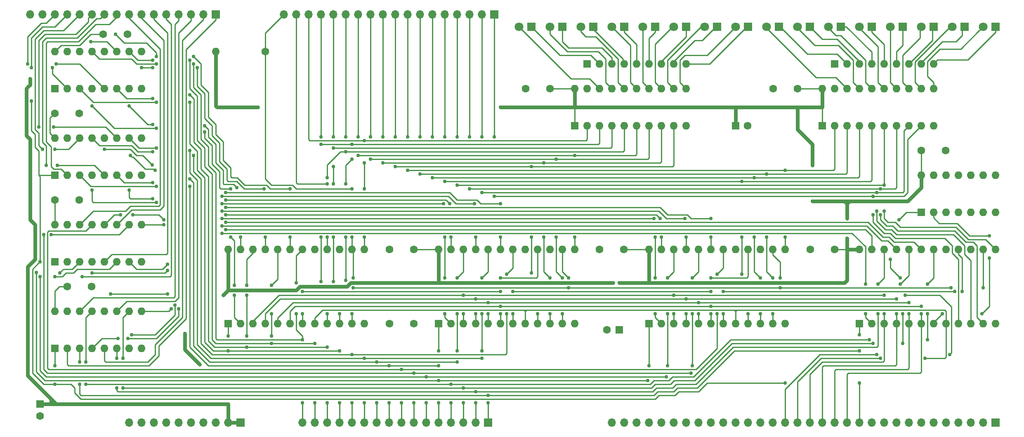
<source format=gbr>
G04 #@! TF.GenerationSoftware,KiCad,Pcbnew,(5.1.5)-3*
G04 #@! TF.CreationDate,2020-11-29T18:53:02-08:00*
G04 #@! TF.ProjectId,alu,616c752e-6b69-4636-9164-5f7063625858,rev?*
G04 #@! TF.SameCoordinates,Original*
G04 #@! TF.FileFunction,Copper,L1,Top*
G04 #@! TF.FilePolarity,Positive*
%FSLAX46Y46*%
G04 Gerber Fmt 4.6, Leading zero omitted, Abs format (unit mm)*
G04 Created by KiCad (PCBNEW (5.1.5)-3) date 2020-11-29 18:53:02*
%MOMM*%
%LPD*%
G04 APERTURE LIST*
%ADD10C,1.600000*%
%ADD11R,1.600000X1.600000*%
%ADD12R,1.700000X1.700000*%
%ADD13O,1.700000X1.700000*%
%ADD14O,1.600000X1.600000*%
%ADD15C,1.800000*%
%ADD16R,1.800000X1.800000*%
%ADD17C,0.762000*%
%ADD18C,0.254000*%
%ADD19C,0.762000*%
G04 APERTURE END LIST*
D10*
X192064000Y-138430000D03*
D11*
X194564000Y-138430000D03*
D10*
X220940000Y-96520000D03*
D11*
X218440000Y-96520000D03*
D12*
X116840000Y-157480000D03*
D13*
X114300000Y-157480000D03*
X111760000Y-157480000D03*
X109220000Y-157480000D03*
X106680000Y-157480000D03*
X104140000Y-157480000D03*
X101600000Y-157480000D03*
X99060000Y-157480000D03*
X96520000Y-157480000D03*
X93980000Y-157480000D03*
D12*
X167640000Y-157480000D03*
D13*
X165100000Y-157480000D03*
X162560000Y-157480000D03*
X160020000Y-157480000D03*
X157480000Y-157480000D03*
X154940000Y-157480000D03*
X152400000Y-157480000D03*
X149860000Y-157480000D03*
X147320000Y-157480000D03*
X144780000Y-157480000D03*
X142240000Y-157480000D03*
X139700000Y-157480000D03*
X137160000Y-157480000D03*
X134620000Y-157480000D03*
X132080000Y-157480000D03*
X129540000Y-157480000D03*
X193040000Y-157480000D03*
X195580000Y-157480000D03*
X198120000Y-157480000D03*
X200660000Y-157480000D03*
X203200000Y-157480000D03*
X205740000Y-157480000D03*
X208280000Y-157480000D03*
X210820000Y-157480000D03*
X213360000Y-157480000D03*
X215900000Y-157480000D03*
X218440000Y-157480000D03*
X220980000Y-157480000D03*
X223520000Y-157480000D03*
X226060000Y-157480000D03*
X228600000Y-157480000D03*
X231140000Y-157480000D03*
X233680000Y-157480000D03*
X236220000Y-157480000D03*
X238760000Y-157480000D03*
X241300000Y-157480000D03*
X243840000Y-157480000D03*
X246380000Y-157480000D03*
X248920000Y-157480000D03*
X251460000Y-157480000D03*
X254000000Y-157480000D03*
X256540000Y-157480000D03*
X259080000Y-157480000D03*
X261620000Y-157480000D03*
X264160000Y-157480000D03*
X266700000Y-157480000D03*
X269240000Y-157480000D03*
D12*
X271780000Y-157480000D03*
D10*
X75692000Y-156170000D03*
D11*
X75692000Y-153670000D03*
D14*
X114300000Y-121920000D03*
X142240000Y-137160000D03*
X116840000Y-121920000D03*
X139700000Y-137160000D03*
X119380000Y-121920000D03*
X137160000Y-137160000D03*
X121920000Y-121920000D03*
X134620000Y-137160000D03*
X124460000Y-121920000D03*
X132080000Y-137160000D03*
X127000000Y-121920000D03*
X129540000Y-137160000D03*
X129540000Y-121920000D03*
X127000000Y-137160000D03*
X132080000Y-121920000D03*
X124460000Y-137160000D03*
X134620000Y-121920000D03*
X121920000Y-137160000D03*
X137160000Y-121920000D03*
X119380000Y-137160000D03*
X139700000Y-121920000D03*
X116840000Y-137160000D03*
X142240000Y-121920000D03*
D11*
X114300000Y-137160000D03*
D15*
X173990000Y-76200000D03*
D16*
X176530000Y-76200000D03*
D15*
X180340000Y-76200000D03*
D16*
X182880000Y-76200000D03*
D15*
X186690000Y-76200000D03*
D16*
X189230000Y-76200000D03*
D15*
X193040000Y-76200000D03*
D16*
X195580000Y-76200000D03*
D15*
X199390000Y-76200000D03*
D16*
X201930000Y-76200000D03*
D15*
X205740000Y-76200000D03*
D16*
X208280000Y-76200000D03*
D15*
X212090000Y-76200000D03*
D16*
X214630000Y-76200000D03*
D15*
X218440000Y-76200000D03*
D16*
X220980000Y-76200000D03*
D15*
X224790000Y-76200000D03*
D16*
X227330000Y-76200000D03*
D15*
X231140000Y-76200000D03*
D16*
X233680000Y-76200000D03*
D15*
X237490000Y-76200000D03*
D16*
X240030000Y-76200000D03*
D15*
X243840000Y-76200000D03*
D16*
X246380000Y-76200000D03*
D15*
X250190000Y-76200000D03*
D16*
X252730000Y-76200000D03*
D15*
X256540000Y-76200000D03*
D16*
X259080000Y-76200000D03*
D15*
X262890000Y-76200000D03*
D16*
X265430000Y-76200000D03*
D15*
X269240000Y-76200000D03*
D16*
X271780000Y-76200000D03*
D14*
X78740000Y-81280000D03*
X96520000Y-88900000D03*
X81280000Y-81280000D03*
X93980000Y-88900000D03*
X83820000Y-81280000D03*
X91440000Y-88900000D03*
X86360000Y-81280000D03*
X88900000Y-88900000D03*
X88900000Y-81280000D03*
X86360000Y-88900000D03*
X91440000Y-81280000D03*
X83820000Y-88900000D03*
X93980000Y-81280000D03*
X81280000Y-88900000D03*
X96520000Y-81280000D03*
D11*
X78740000Y-88900000D03*
D14*
X78740000Y-116840000D03*
X96520000Y-124460000D03*
X81280000Y-116840000D03*
X93980000Y-124460000D03*
X83820000Y-116840000D03*
X91440000Y-124460000D03*
X86360000Y-116840000D03*
X88900000Y-124460000D03*
X88900000Y-116840000D03*
X86360000Y-124460000D03*
X91440000Y-116840000D03*
X83820000Y-124460000D03*
X93980000Y-116840000D03*
X81280000Y-124460000D03*
X96520000Y-116840000D03*
D11*
X78740000Y-124460000D03*
D14*
X78740000Y-99060000D03*
X96520000Y-106680000D03*
X81280000Y-99060000D03*
X93980000Y-106680000D03*
X83820000Y-99060000D03*
X91440000Y-106680000D03*
X86360000Y-99060000D03*
X88900000Y-106680000D03*
X88900000Y-99060000D03*
X86360000Y-106680000D03*
X91440000Y-99060000D03*
X83820000Y-106680000D03*
X93980000Y-99060000D03*
X81280000Y-106680000D03*
X96520000Y-99060000D03*
D11*
X78740000Y-106680000D03*
D14*
X78740000Y-134620000D03*
X96520000Y-142240000D03*
X81280000Y-134620000D03*
X93980000Y-142240000D03*
X83820000Y-134620000D03*
X91440000Y-142240000D03*
X86360000Y-134620000D03*
X88900000Y-142240000D03*
X88900000Y-134620000D03*
X86360000Y-142240000D03*
X91440000Y-134620000D03*
X83820000Y-142240000D03*
X93980000Y-134620000D03*
X81280000Y-142240000D03*
X96520000Y-134620000D03*
D11*
X78740000Y-142240000D03*
D14*
X157480000Y-121920000D03*
X185420000Y-137160000D03*
X160020000Y-121920000D03*
X182880000Y-137160000D03*
X162560000Y-121920000D03*
X180340000Y-137160000D03*
X165100000Y-121920000D03*
X177800000Y-137160000D03*
X167640000Y-121920000D03*
X175260000Y-137160000D03*
X170180000Y-121920000D03*
X172720000Y-137160000D03*
X172720000Y-121920000D03*
X170180000Y-137160000D03*
X175260000Y-121920000D03*
X167640000Y-137160000D03*
X177800000Y-121920000D03*
X165100000Y-137160000D03*
X180340000Y-121920000D03*
X162560000Y-137160000D03*
X182880000Y-121920000D03*
X160020000Y-137160000D03*
X185420000Y-121920000D03*
D11*
X157480000Y-137160000D03*
D14*
X200660000Y-121920000D03*
X228600000Y-137160000D03*
X203200000Y-121920000D03*
X226060000Y-137160000D03*
X205740000Y-121920000D03*
X223520000Y-137160000D03*
X208280000Y-121920000D03*
X220980000Y-137160000D03*
X210820000Y-121920000D03*
X218440000Y-137160000D03*
X213360000Y-121920000D03*
X215900000Y-137160000D03*
X215900000Y-121920000D03*
X213360000Y-137160000D03*
X218440000Y-121920000D03*
X210820000Y-137160000D03*
X220980000Y-121920000D03*
X208280000Y-137160000D03*
X223520000Y-121920000D03*
X205740000Y-137160000D03*
X226060000Y-121920000D03*
X203200000Y-137160000D03*
X228600000Y-121920000D03*
D11*
X200660000Y-137160000D03*
D14*
X243840000Y-121920000D03*
X271780000Y-137160000D03*
X246380000Y-121920000D03*
X269240000Y-137160000D03*
X248920000Y-121920000D03*
X266700000Y-137160000D03*
X251460000Y-121920000D03*
X264160000Y-137160000D03*
X254000000Y-121920000D03*
X261620000Y-137160000D03*
X256540000Y-121920000D03*
X259080000Y-137160000D03*
X259080000Y-121920000D03*
X256540000Y-137160000D03*
X261620000Y-121920000D03*
X254000000Y-137160000D03*
X264160000Y-121920000D03*
X251460000Y-137160000D03*
X266700000Y-121920000D03*
X248920000Y-137160000D03*
X269240000Y-121920000D03*
X246380000Y-137160000D03*
X271780000Y-121920000D03*
D11*
X243840000Y-137160000D03*
D14*
X259080000Y-83820000D03*
X256540000Y-83820000D03*
X254000000Y-83820000D03*
X251460000Y-83820000D03*
X248920000Y-83820000D03*
X246380000Y-83820000D03*
X243840000Y-83820000D03*
X241300000Y-83820000D03*
D11*
X238760000Y-83820000D03*
D14*
X208280000Y-83820000D03*
X205740000Y-83820000D03*
X203200000Y-83820000D03*
X200660000Y-83820000D03*
X198120000Y-83820000D03*
X195580000Y-83820000D03*
X193040000Y-83820000D03*
X190500000Y-83820000D03*
D11*
X187960000Y-83820000D03*
D14*
X111760000Y-81280000D03*
D10*
X121920000Y-81280000D03*
D13*
X125730000Y-73660000D03*
X128270000Y-73660000D03*
X130810000Y-73660000D03*
X133350000Y-73660000D03*
X135890000Y-73660000D03*
X138430000Y-73660000D03*
X140970000Y-73660000D03*
X143510000Y-73660000D03*
X146050000Y-73660000D03*
X148590000Y-73660000D03*
X151130000Y-73660000D03*
X153670000Y-73660000D03*
X156210000Y-73660000D03*
X158750000Y-73660000D03*
X161290000Y-73660000D03*
X163830000Y-73660000D03*
X166370000Y-73660000D03*
D12*
X168910000Y-73660000D03*
D10*
X93646000Y-77724000D03*
X88646000Y-77724000D03*
X83740000Y-111760000D03*
X78740000Y-111760000D03*
X147400000Y-137160000D03*
X152400000Y-137160000D03*
X86280000Y-129540000D03*
X81280000Y-129540000D03*
X83740000Y-93980000D03*
X78740000Y-93980000D03*
X226140000Y-88900000D03*
X231140000Y-88900000D03*
X147400000Y-121920000D03*
X152400000Y-121920000D03*
X175340000Y-88900000D03*
X180340000Y-88900000D03*
X190500000Y-121920000D03*
X195500000Y-121920000D03*
X233760000Y-121920000D03*
X238760000Y-121920000D03*
X261540000Y-101600000D03*
X256540000Y-101600000D03*
D14*
X236220000Y-88900000D03*
X259080000Y-96520000D03*
X238760000Y-88900000D03*
X256540000Y-96520000D03*
X241300000Y-88900000D03*
X254000000Y-96520000D03*
X243840000Y-88900000D03*
X251460000Y-96520000D03*
X246380000Y-88900000D03*
X248920000Y-96520000D03*
X248920000Y-88900000D03*
X246380000Y-96520000D03*
X251460000Y-88900000D03*
X243840000Y-96520000D03*
X254000000Y-88900000D03*
X241300000Y-96520000D03*
X256540000Y-88900000D03*
X238760000Y-96520000D03*
X259080000Y-88900000D03*
D11*
X236220000Y-96520000D03*
D14*
X185420000Y-88900000D03*
X208280000Y-96520000D03*
X187960000Y-88900000D03*
X205740000Y-96520000D03*
X190500000Y-88900000D03*
X203200000Y-96520000D03*
X193040000Y-88900000D03*
X200660000Y-96520000D03*
X195580000Y-88900000D03*
X198120000Y-96520000D03*
X198120000Y-88900000D03*
X195580000Y-96520000D03*
X200660000Y-88900000D03*
X193040000Y-96520000D03*
X203200000Y-88900000D03*
X190500000Y-96520000D03*
X205740000Y-88900000D03*
X187960000Y-96520000D03*
X208280000Y-88900000D03*
D11*
X185420000Y-96520000D03*
D14*
X256540000Y-106680000D03*
X271780000Y-114300000D03*
X259080000Y-106680000D03*
X269240000Y-114300000D03*
X261620000Y-106680000D03*
X266700000Y-114300000D03*
X264160000Y-106680000D03*
X264160000Y-114300000D03*
X266700000Y-106680000D03*
X261620000Y-114300000D03*
X269240000Y-106680000D03*
X259080000Y-114300000D03*
X271780000Y-106680000D03*
D11*
X256540000Y-114300000D03*
D13*
X73660000Y-73660000D03*
X76200000Y-73660000D03*
X78740000Y-73660000D03*
X81280000Y-73660000D03*
X83820000Y-73660000D03*
X86360000Y-73660000D03*
X88900000Y-73660000D03*
X91440000Y-73660000D03*
X93980000Y-73660000D03*
X96520000Y-73660000D03*
X99060000Y-73660000D03*
X101600000Y-73660000D03*
X104140000Y-73660000D03*
X106680000Y-73660000D03*
X109220000Y-73660000D03*
D12*
X111760000Y-73660000D03*
D17*
X215900000Y-135128000D03*
X215900000Y-130556000D03*
X263398000Y-130556000D03*
X264922000Y-130556000D03*
X172720000Y-135128000D03*
X172720000Y-130556000D03*
X213360000Y-130556000D03*
X213360000Y-127762000D03*
X129540000Y-135128000D03*
X129540000Y-130556000D03*
X170180000Y-130556000D03*
X170180000Y-127762000D03*
X108458000Y-145542000D03*
X114300000Y-130302000D03*
X241300000Y-119634000D03*
X241300000Y-115570000D03*
X234188000Y-112014000D03*
X234188000Y-104648000D03*
X105410000Y-139191990D03*
X152400000Y-128778000D03*
X120396000Y-92710000D03*
X73152000Y-134620000D03*
X114300000Y-153670000D03*
X73660000Y-99313982D03*
X74676012Y-116840000D03*
X73660028Y-86868000D03*
X170180000Y-92710000D03*
X171450028Y-92710000D03*
X105410000Y-140462000D03*
X107441988Y-144526012D03*
X73152000Y-135890000D03*
X74676012Y-118110014D03*
X73660000Y-100838000D03*
X73660000Y-88138000D03*
X234188000Y-103378000D03*
X235457988Y-112014000D03*
X241300000Y-114300000D03*
X241300000Y-120904000D03*
X113284000Y-131317996D03*
X119126000Y-92710000D03*
X194564000Y-128778000D03*
X193294000Y-128778000D03*
X113029988Y-153670000D03*
X86106000Y-79248001D03*
X73152000Y-83820000D03*
X78994000Y-83820000D03*
X78232000Y-84582000D03*
X73914000Y-84582000D03*
X76200000Y-101346000D03*
X78739994Y-101346000D03*
X75438000Y-96774000D03*
X78486000Y-96774000D03*
X79248000Y-104648000D03*
X76962000Y-104648012D03*
X84328000Y-127508000D03*
X139953964Y-129794000D03*
X262636000Y-129794000D03*
X227584000Y-127762000D03*
X227584000Y-129794000D03*
X184150000Y-127762000D03*
X184150000Y-129794000D03*
X139954000Y-127762000D03*
X139700000Y-119380000D03*
X139700000Y-109474000D03*
X269239990Y-129794000D03*
X134620000Y-119380000D03*
X134620000Y-108458000D03*
X142240000Y-119380000D03*
X142240000Y-109474000D03*
X142240000Y-99568000D03*
X142240000Y-104139990D03*
X138430000Y-119380000D03*
X139700000Y-135128000D03*
X138430000Y-128270000D03*
X138430000Y-108458000D03*
X133350000Y-98806000D03*
X133350000Y-100330000D03*
X139700000Y-100330000D03*
X139700000Y-103378000D03*
X135890000Y-119380000D03*
X137160000Y-135128000D03*
X135890000Y-128524012D03*
X135890000Y-108458000D03*
X135889992Y-101092000D03*
X135890000Y-104902000D03*
X135890000Y-98805980D03*
X133350000Y-119380000D03*
X134620000Y-135128000D03*
X133350000Y-128524000D03*
X134620000Y-107188016D03*
X138430000Y-101854000D03*
X138430000Y-98806000D03*
X185420000Y-119380000D03*
X185420000Y-102616000D03*
X140970000Y-98806000D03*
X140970000Y-102616000D03*
X181610000Y-119380000D03*
X181610000Y-103378000D03*
X182880000Y-135128000D03*
X182880000Y-127762000D03*
X143510000Y-98806000D03*
X143510000Y-103378000D03*
X179070000Y-119380000D03*
X179070000Y-104140000D03*
X180340000Y-135128000D03*
X180339986Y-127762000D03*
X146050000Y-98806000D03*
X146050000Y-104140012D03*
X176530000Y-119380000D03*
X176530000Y-104902000D03*
X177800000Y-135128000D03*
X176530000Y-126746000D03*
X148590000Y-98806000D03*
X148590000Y-104902000D03*
X228600000Y-119380000D03*
X228600000Y-105664000D03*
X151130000Y-98806000D03*
X151130000Y-105664000D03*
X224790000Y-119380000D03*
X224790000Y-106426000D03*
X226060000Y-135128000D03*
X226060000Y-127762000D03*
X153669988Y-98806000D03*
X153670000Y-106426000D03*
X222250000Y-119380000D03*
X222250000Y-107188000D03*
X223520000Y-135128000D03*
X223520000Y-127762000D03*
X156210000Y-98806000D03*
X156210000Y-107188000D03*
X219710000Y-119380000D03*
X219710000Y-107950000D03*
X220980000Y-135128000D03*
X219710000Y-127000000D03*
X158750000Y-98806000D03*
X158750000Y-107950000D03*
X248920000Y-108712000D03*
X248920000Y-114046000D03*
X161290000Y-98806000D03*
X161290000Y-108712006D03*
X248158000Y-109474000D03*
X248158000Y-114808000D03*
X163830000Y-98806004D03*
X163829992Y-109474000D03*
X247396000Y-110236000D03*
X247396000Y-114046000D03*
X166370000Y-98806000D03*
X166370000Y-110236000D03*
X246634000Y-110998000D03*
X246634000Y-114808000D03*
X168910000Y-98806000D03*
X168910000Y-110998004D03*
X162560000Y-135128000D03*
X162560000Y-131318000D03*
X205740000Y-135128000D03*
X205740000Y-131318000D03*
X248920000Y-135128000D03*
X248920000Y-131318000D03*
X243840000Y-149352000D03*
X228600000Y-149352000D03*
X78740000Y-149606000D03*
X78740000Y-145796000D03*
X75692000Y-124460000D03*
X73914000Y-91440000D03*
X170180000Y-135128000D03*
X170180000Y-133604000D03*
X213360000Y-135128000D03*
X213360000Y-133604000D03*
X256540000Y-135128000D03*
X256540000Y-133604000D03*
X248158000Y-144272000D03*
X257302000Y-144272000D03*
X247396000Y-143510000D03*
X262382000Y-143510000D03*
X253238000Y-131318000D03*
X252222000Y-127762000D03*
X250190000Y-123952000D03*
X251968000Y-115824000D03*
X167640000Y-135128000D03*
X167640000Y-132842000D03*
X210820000Y-135128000D03*
X210820000Y-132842000D03*
X254000000Y-135128000D03*
X254000000Y-132842000D03*
X165100000Y-135128000D03*
X165100000Y-132080000D03*
X208280000Y-135128000D03*
X208280000Y-132080000D03*
X251460000Y-135128000D03*
X251460000Y-132080000D03*
X129540000Y-140462000D03*
X99568000Y-83820000D03*
X107188000Y-83820000D03*
X128270000Y-135128000D03*
X129540000Y-153416014D03*
X128270000Y-128777978D03*
X132080000Y-141224000D03*
X123190000Y-141224000D03*
X123190000Y-139700000D03*
X106426000Y-83058000D03*
X98806000Y-83058000D03*
X123190000Y-135128000D03*
X132080000Y-153415984D03*
X123190000Y-129286000D03*
X134620000Y-141986000D03*
X118110000Y-141986000D03*
X118110000Y-139700000D03*
X98806000Y-90932000D03*
X106426000Y-90170028D03*
X134620000Y-153416000D03*
X118110000Y-131318000D03*
X118110000Y-129286000D03*
X137160000Y-142748000D03*
X114300000Y-142748000D03*
X114300000Y-139700000D03*
X106426000Y-91694000D03*
X99568000Y-91694000D03*
X137160000Y-153416000D03*
X139700000Y-143510000D03*
X98806000Y-101854000D03*
X171450000Y-135128000D03*
X139700020Y-153416000D03*
X171450010Y-127000000D03*
X107188000Y-102616000D03*
X142240000Y-144272000D03*
X166370000Y-142748000D03*
X166370000Y-144272000D03*
X99568000Y-101092000D03*
X166370000Y-135128000D03*
X142240000Y-153416000D03*
X166370000Y-127762000D03*
X106426000Y-101600000D03*
X144780000Y-145034000D03*
X161290010Y-142748000D03*
X161289992Y-145034000D03*
X98806000Y-108204000D03*
X106426000Y-107441992D03*
X161290010Y-135127990D03*
X144780000Y-153416000D03*
X161290000Y-127762000D03*
X147320000Y-145796000D03*
X157480000Y-145796000D03*
X157480000Y-142748000D03*
X106426000Y-108966000D03*
X99568000Y-108966000D03*
X147320000Y-153416000D03*
X149860000Y-146558000D03*
X214630000Y-135128000D03*
X149860000Y-153416000D03*
X214630000Y-127000000D03*
X152400000Y-147320000D03*
X209550000Y-145796000D03*
X209550000Y-135128000D03*
X152400000Y-153416000D03*
X209550000Y-127762000D03*
X76453992Y-118872000D03*
X77978000Y-118872000D03*
X209296000Y-147320000D03*
X154940000Y-148082000D03*
X204470000Y-145796000D03*
X204470000Y-135128000D03*
X154940000Y-153416000D03*
X204470000Y-127762000D03*
X78740000Y-127508000D03*
X75692000Y-127508000D03*
X204216000Y-148082000D03*
X157480000Y-148844000D03*
X200660000Y-145796000D03*
X157480000Y-153416000D03*
X79756006Y-126746000D03*
X74930000Y-126694412D03*
X200405984Y-148844000D03*
X160020000Y-149606000D03*
X85090000Y-149606000D03*
X85090000Y-145034000D03*
X257810000Y-135128000D03*
X245872000Y-140462000D03*
X257810000Y-140462000D03*
X160020000Y-153416000D03*
X257810000Y-129032000D03*
X162560000Y-150368000D03*
X92710000Y-150368000D03*
X92710000Y-144272000D03*
X252730000Y-135128000D03*
X246634010Y-141223990D03*
X252730000Y-141224000D03*
X162560014Y-153416000D03*
X252222000Y-129032000D03*
X165100000Y-151130000D03*
X91440000Y-150368000D03*
X91440000Y-144272000D03*
X247650000Y-135128000D03*
X165100000Y-153416000D03*
X247650000Y-129031994D03*
X83820000Y-149606000D03*
X83820000Y-145034000D03*
X243840002Y-139446000D03*
X243840000Y-142748000D03*
X167640000Y-153416000D03*
X167640000Y-151892000D03*
X270510000Y-119126000D03*
X270510000Y-123698000D03*
X268986000Y-135128000D03*
X260858000Y-135128000D03*
X94488000Y-139446000D03*
X113792000Y-117856000D03*
X103378000Y-133350000D03*
X102616000Y-134112000D03*
X113030000Y-117094000D03*
X113792000Y-116332000D03*
X90170000Y-131064000D03*
X101854000Y-131064000D03*
X91694000Y-140208000D03*
X93726000Y-140208000D03*
X113030000Y-118618000D03*
X245110000Y-135128000D03*
X104140000Y-134112000D03*
X245110000Y-129032004D03*
X101854000Y-124968000D03*
X113792000Y-114808000D03*
X203200000Y-119380000D03*
X202946000Y-115576074D03*
X101092000Y-116840000D03*
X113030000Y-114046000D03*
X208280000Y-119380000D03*
X208026000Y-115570000D03*
X92202000Y-114808000D03*
X94742008Y-114808000D03*
X101092000Y-115824000D03*
X113792000Y-113284000D03*
X213360000Y-115570000D03*
X213360000Y-119380000D03*
X86360000Y-126746000D03*
X101854000Y-126238000D03*
X113030000Y-115570000D03*
X201930000Y-119380000D03*
X201930000Y-135128000D03*
X201930006Y-127762000D03*
X201675978Y-115570000D03*
X93980000Y-109728000D03*
X98806000Y-111506000D03*
X113792000Y-111760000D03*
X160020000Y-119380000D03*
X159766000Y-112522000D03*
X113030000Y-110998000D03*
X165100000Y-119380000D03*
X164846000Y-112522000D03*
X99314000Y-105664000D03*
X94234000Y-102616000D03*
X88900000Y-101346000D03*
X98771614Y-104596420D03*
X113792000Y-110236000D03*
X170180000Y-112522000D03*
X170180000Y-119380000D03*
X99568000Y-112268000D03*
X86360004Y-109728000D03*
X113030000Y-112522000D03*
X158750000Y-119380000D03*
X158750000Y-135128000D03*
X158750000Y-127761996D03*
X158496000Y-112522000D03*
X93980000Y-92456000D03*
X98806000Y-96266000D03*
X116840000Y-119380000D03*
X109474000Y-96520000D03*
X116071926Y-109220000D03*
X96520000Y-84582000D03*
X98806000Y-84582000D03*
X107950000Y-84582000D03*
X121920000Y-119380000D03*
X121666000Y-109474000D03*
X91186000Y-77724000D03*
X99568000Y-82296000D03*
X107188000Y-82296000D03*
X127000000Y-119380000D03*
X127000000Y-109474000D03*
X86360000Y-92456000D03*
X99568000Y-97028000D03*
X114808000Y-109474000D03*
X114808000Y-119380000D03*
X115570000Y-131318000D03*
X115570000Y-129286000D03*
X109474000Y-97790000D03*
D18*
X266113999Y-83020001D02*
X271780000Y-77354000D01*
X259080000Y-83820000D02*
X259879999Y-83020001D01*
X259879999Y-83020001D02*
X266113999Y-83020001D01*
X271780000Y-77354000D02*
X271780000Y-76200000D01*
X264922000Y-76962000D02*
X265684000Y-76200000D01*
X256540000Y-83566000D02*
X260858000Y-79248000D01*
X256540000Y-83820000D02*
X256540000Y-83566000D01*
X263652000Y-79248000D02*
X264922000Y-77978000D01*
X260858000Y-79248000D02*
X263652000Y-79248000D01*
X264922000Y-77978000D02*
X264922000Y-76962000D01*
X254000000Y-83820000D02*
X258826000Y-78994000D01*
X258826000Y-78994000D02*
X258826000Y-76200000D01*
X252730000Y-80010000D02*
X252730000Y-75946000D01*
X251460000Y-83820000D02*
X251460000Y-81280000D01*
X251460000Y-81280000D02*
X252730000Y-80010000D01*
X248920000Y-83566000D02*
X249174000Y-83820000D01*
X246380000Y-76200000D02*
X246380000Y-77354000D01*
X248920000Y-79894000D02*
X248920000Y-83566000D01*
X246380000Y-77354000D02*
X248920000Y-79894000D01*
X241184000Y-76200000D02*
X246380000Y-81396000D01*
X240030000Y-76200000D02*
X241184000Y-76200000D01*
X246380000Y-81396000D02*
X246380000Y-84074000D01*
X239268000Y-78740000D02*
X243840000Y-83312000D01*
X243840000Y-83312000D02*
X243840000Y-83820000D01*
X233680000Y-76200000D02*
X236220000Y-78740000D01*
X236220000Y-78740000D02*
X239268000Y-78740000D01*
X233172000Y-81788000D02*
X227838000Y-76454000D01*
X241300000Y-83820000D02*
X239268000Y-81788000D01*
X239268000Y-81788000D02*
X233172000Y-81788000D01*
X208280000Y-83820000D02*
X213106000Y-83820000D01*
X213106000Y-83820000D02*
X220726000Y-76200000D01*
X220726000Y-76200000D02*
X220980000Y-76454000D01*
X213614000Y-76962000D02*
X214376000Y-76200000D01*
X211582000Y-78994000D02*
X213614000Y-76962000D01*
X210058000Y-78994000D02*
X211582000Y-78994000D01*
X205740000Y-83820000D02*
X205740000Y-83312000D01*
X205740000Y-83312000D02*
X210058000Y-78994000D01*
X208280000Y-76454000D02*
X208280000Y-75946000D01*
X203200000Y-83820000D02*
X203200000Y-83312000D01*
X208280000Y-78232000D02*
X208280000Y-76454000D01*
X203200000Y-83312000D02*
X208280000Y-78232000D01*
X201930000Y-77354000D02*
X200660000Y-78624000D01*
X201930000Y-76200000D02*
X201930000Y-77354000D01*
X200660000Y-78624000D02*
X200660000Y-83566000D01*
X198120000Y-79894000D02*
X198120000Y-82688630D01*
X195580000Y-76200000D02*
X195580000Y-77354000D01*
X195580000Y-77354000D02*
X198120000Y-79894000D01*
X198120000Y-82688630D02*
X198120000Y-83820000D01*
X195326000Y-83566000D02*
X195580000Y-83820000D01*
X195326000Y-82804000D02*
X195326000Y-83566000D01*
X189230000Y-76200000D02*
X189230000Y-76708000D01*
X189230000Y-76708000D02*
X195326000Y-82804000D01*
X184150000Y-80518000D02*
X182880000Y-79248000D01*
X191008000Y-80518000D02*
X184150000Y-80518000D01*
X193040000Y-83820000D02*
X193040000Y-82550000D01*
X182880000Y-79248000D02*
X182880000Y-76200000D01*
X193040000Y-82550000D02*
X191008000Y-80518000D01*
X188722000Y-82042000D02*
X189700001Y-83020001D01*
X189700001Y-83020001D02*
X190500000Y-83820000D01*
X176530000Y-76200000D02*
X182372000Y-82042000D01*
X182372000Y-82042000D02*
X188722000Y-82042000D01*
X215900000Y-137160000D02*
X215900000Y-135128000D01*
X215900000Y-130556000D02*
X263398000Y-130556000D01*
X264160000Y-122936000D02*
X264160000Y-121920000D01*
X264922000Y-130556000D02*
X264922000Y-123698000D01*
X264922000Y-123698000D02*
X264160000Y-122936000D01*
X172720000Y-137160000D02*
X172720000Y-135128000D01*
X172720000Y-130556000D02*
X213360000Y-130556000D01*
X220726000Y-127762000D02*
X213360000Y-127762000D01*
X220980000Y-121920000D02*
X220980000Y-127508000D01*
X220980000Y-127508000D02*
X220726000Y-127762000D01*
X129540000Y-137160000D02*
X129540000Y-135128000D01*
X129540000Y-130556000D02*
X170180000Y-130556000D01*
X170180000Y-130556000D02*
X170180000Y-130556000D01*
X177546000Y-127762000D02*
X170688000Y-127762000D01*
X170688000Y-127762000D02*
X170180000Y-127762000D01*
X177800000Y-121920000D02*
X177800000Y-127508000D01*
X177800000Y-127508000D02*
X177546000Y-127762000D01*
D19*
X116840000Y-157480000D02*
X114300000Y-157480000D01*
X241300000Y-119634000D02*
X241300000Y-119634000D01*
X240792000Y-128778000D02*
X241300000Y-128270000D01*
X128270000Y-130302000D02*
X129032000Y-129540000D01*
X138684000Y-129540000D02*
X139446000Y-128778000D01*
X114300000Y-130302000D02*
X128270000Y-130302000D01*
X129032000Y-129540000D02*
X138684000Y-129540000D01*
X241300000Y-112522000D02*
X240792000Y-112014000D01*
X235204000Y-112014000D02*
X235204000Y-112014000D01*
X241300000Y-113030000D02*
X241300000Y-112522000D01*
X241300000Y-115570000D02*
X241300000Y-113030000D01*
X231140000Y-92710000D02*
X236220000Y-92710000D01*
X253746000Y-112014000D02*
X256540000Y-109220000D01*
X241300000Y-112522000D02*
X241808000Y-112014000D01*
X256540000Y-109220000D02*
X256540000Y-106426000D01*
X241808000Y-112014000D02*
X242316000Y-112014000D01*
X240284000Y-112014000D02*
X242316000Y-112014000D01*
X242316000Y-112014000D02*
X253746000Y-112014000D01*
X240792000Y-112014000D02*
X240284000Y-112014000D01*
X236220000Y-92710000D02*
X236220000Y-88900000D01*
X185420000Y-92710000D02*
X185420000Y-88900000D01*
X243840000Y-121920000D02*
X241300000Y-121920000D01*
X241300000Y-128270000D02*
X241300000Y-121920000D01*
X200660000Y-121920000D02*
X200660000Y-128778000D01*
X200660000Y-128778000D02*
X240792000Y-128778000D01*
X157480000Y-121920000D02*
X157480000Y-128778000D01*
X157480000Y-128778000D02*
X193294000Y-128778000D01*
X114300000Y-121920000D02*
X114300000Y-130302000D01*
D18*
X238760000Y-121920000D02*
X241300000Y-121920000D01*
X200660000Y-121920000D02*
X195326000Y-121920000D01*
D19*
X139446000Y-128778000D02*
X152400000Y-128778000D01*
X152400000Y-128778000D02*
X157480000Y-128778000D01*
D18*
X152400000Y-121920000D02*
X157480000Y-121920000D01*
X256540000Y-106680000D02*
X256540000Y-101600000D01*
X231140000Y-88900000D02*
X236220000Y-88900000D01*
X180340000Y-88900000D02*
X185166000Y-88900000D01*
X185420000Y-92710000D02*
X185420000Y-96520000D01*
X236220000Y-92710000D02*
X236220000Y-96520000D01*
D19*
X112014000Y-92710000D02*
X111760000Y-92456000D01*
X111760000Y-92456000D02*
X111760000Y-81026000D01*
X114300000Y-157480000D02*
X114300000Y-153670000D01*
D18*
X78740000Y-116840000D02*
X78740000Y-111760000D01*
X79728894Y-129540000D02*
X78740000Y-130528894D01*
X81280000Y-129540000D02*
X79728894Y-129540000D01*
X78740000Y-130528894D02*
X78740000Y-134366000D01*
X78740000Y-134366000D02*
X78740000Y-134874000D01*
X78740000Y-93980000D02*
X77940001Y-94779999D01*
X77940001Y-94779999D02*
X77724000Y-94996000D01*
X77724000Y-94996000D02*
X77724000Y-98044000D01*
X77724000Y-98044000D02*
X78740000Y-99060000D01*
X80010000Y-80010000D02*
X78740000Y-81280000D01*
X83820000Y-80010000D02*
X80010000Y-80010000D01*
X88646000Y-77724000D02*
X86106000Y-77724000D01*
X86106000Y-77724000D02*
X83820000Y-80010000D01*
D19*
X240284000Y-112014000D02*
X234188000Y-112014000D01*
X105410000Y-142494074D02*
X105410000Y-139191990D01*
X108458000Y-145542000D02*
X105410000Y-142494074D01*
X74676012Y-123951988D02*
X74676012Y-116840000D01*
X73152000Y-134620000D02*
X73152000Y-125476000D01*
X73152000Y-125476000D02*
X74676012Y-123951988D01*
X170180000Y-92710000D02*
X171450028Y-92710000D01*
X105410000Y-139192000D02*
X105410000Y-140462000D01*
X73152000Y-134620000D02*
X73152000Y-147828000D01*
X74676012Y-116840000D02*
X73660000Y-115823988D01*
X73660000Y-115823988D02*
X73660000Y-100838000D01*
X73660000Y-99313982D02*
X73660000Y-100838000D01*
X72898000Y-88900000D02*
X73260001Y-88537999D01*
X73660028Y-86868000D02*
X73660028Y-88137972D01*
X72898000Y-98551982D02*
X72898000Y-88900000D01*
X73660000Y-99313982D02*
X72898000Y-98551982D01*
X73660028Y-88137972D02*
X73660000Y-88138000D01*
X73260001Y-88537999D02*
X73660000Y-88138000D01*
X234188000Y-104648000D02*
X234188000Y-103378000D01*
X234188000Y-100330000D02*
X234188000Y-103378000D01*
X231140000Y-92710000D02*
X231140000Y-97282000D01*
X231140000Y-97282000D02*
X234188000Y-100330000D01*
X241300000Y-119634000D02*
X241300000Y-120904000D01*
X241300000Y-121920000D02*
X241300000Y-120904000D01*
X113284004Y-131317996D02*
X113284000Y-131317996D01*
X114300000Y-130302000D02*
X113284004Y-131317996D01*
X194564000Y-128778000D02*
X200660000Y-128778000D01*
X120396000Y-92710000D02*
X116840000Y-92710000D01*
X116840000Y-92710000D02*
X112014000Y-92710000D01*
X75692000Y-153670000D02*
X77216000Y-153670000D01*
X77978000Y-153670000D02*
X77978000Y-152654000D01*
X77978000Y-152654000D02*
X78994000Y-153670000D01*
X73152000Y-147828000D02*
X77978000Y-152654000D01*
X77978000Y-153670000D02*
X78994000Y-153670000D01*
X77216000Y-153670000D02*
X77978000Y-153670000D01*
X114300000Y-153670000D02*
X113029988Y-153670000D01*
X78994000Y-153670000D02*
X113029988Y-153670000D01*
X185420000Y-92710000D02*
X175260000Y-92710000D01*
X175260000Y-92710000D02*
X171450028Y-92710000D01*
X218440000Y-96520000D02*
X218440000Y-92710000D01*
X231140000Y-92710000D02*
X218440000Y-92710000D01*
X218440000Y-92710000D02*
X185420000Y-92710000D01*
D18*
X268340001Y-77099999D02*
X269240000Y-76200000D01*
X264668000Y-80772000D02*
X268340001Y-77099999D01*
X259080000Y-87630000D02*
X257810000Y-86360000D01*
X257810000Y-86360000D02*
X257810000Y-83312000D01*
X259080000Y-88900000D02*
X259080000Y-87630000D01*
X257810000Y-83312000D02*
X260350000Y-80772000D01*
X260350000Y-80772000D02*
X264668000Y-80772000D01*
X256540000Y-88900000D02*
X255270000Y-87630000D01*
X262524894Y-76200000D02*
X262636000Y-76200000D01*
X255270000Y-83454894D02*
X262524894Y-76200000D01*
X255270000Y-87630000D02*
X255270000Y-83454894D01*
X256286000Y-78473300D02*
X256286000Y-76454000D01*
X252730000Y-82029300D02*
X256286000Y-78473300D01*
X254000000Y-88900000D02*
X252730000Y-87630000D01*
X252730000Y-87630000D02*
X252730000Y-82029300D01*
X250190000Y-87630000D02*
X251460000Y-88900000D01*
X250190000Y-76200000D02*
X250190000Y-87630000D01*
X247650000Y-80264000D02*
X243840000Y-76454000D01*
X248920000Y-88900000D02*
X247650000Y-87630000D01*
X247650000Y-87630000D02*
X247650000Y-80264000D01*
X239014000Y-77978000D02*
X237236000Y-76200000D01*
X240030000Y-77978000D02*
X239014000Y-77978000D01*
X245110000Y-83058000D02*
X240030000Y-77978000D01*
X246380000Y-88900000D02*
X245110000Y-87630000D01*
X245110000Y-87630000D02*
X245110000Y-83058000D01*
X239522000Y-80010000D02*
X234696000Y-80010000D01*
X234696000Y-80010000D02*
X231140000Y-76454000D01*
X243840000Y-88900000D02*
X242570000Y-87630000D01*
X242570000Y-83058000D02*
X239522000Y-80010000D01*
X242570000Y-87630000D02*
X242570000Y-83058000D01*
X234950000Y-86614000D02*
X224536000Y-76200000D01*
X241300000Y-88900000D02*
X239014000Y-86614000D01*
X239014000Y-86614000D02*
X234950000Y-86614000D01*
X212598000Y-82042000D02*
X218440000Y-76200000D01*
X208026000Y-82042000D02*
X212598000Y-82042000D01*
X207010000Y-83058000D02*
X208026000Y-82042000D01*
X208280000Y-88900000D02*
X207010000Y-87630000D01*
X207010000Y-87630000D02*
X207010000Y-83058000D01*
X211582000Y-75946000D02*
X212344000Y-75946000D01*
X205740000Y-88900000D02*
X204470000Y-87630000D01*
X204470000Y-83058000D02*
X211582000Y-75946000D01*
X204470000Y-87630000D02*
X204470000Y-83058000D01*
X201930000Y-79756000D02*
X205740000Y-75946000D01*
X203200000Y-88900000D02*
X201930000Y-87630000D01*
X201930000Y-87630000D02*
X201930000Y-79756000D01*
X199390000Y-87630000D02*
X200660000Y-88900000D01*
X199390000Y-76200000D02*
X199390000Y-87630000D01*
X196850000Y-87630000D02*
X198120000Y-88900000D01*
X193040000Y-76200000D02*
X196850000Y-80010000D01*
X196850000Y-80010000D02*
X196850000Y-87630000D01*
X194310000Y-87630000D02*
X195580000Y-88900000D01*
X186690000Y-77216000D02*
X187706000Y-78232000D01*
X194310000Y-82804000D02*
X194310000Y-87630000D01*
X186690000Y-76200000D02*
X186690000Y-77216000D01*
X187706000Y-78232000D02*
X189738000Y-78232000D01*
X189738000Y-78232000D02*
X194310000Y-82804000D01*
X191770000Y-87630000D02*
X191770000Y-82804000D01*
X190246000Y-81280000D02*
X183896000Y-81280000D01*
X193040000Y-88900000D02*
X191770000Y-87630000D01*
X180340000Y-77724000D02*
X180340000Y-76200000D01*
X191770000Y-82804000D02*
X190246000Y-81280000D01*
X183896000Y-81280000D02*
X180340000Y-77724000D01*
X188468000Y-86868000D02*
X190500000Y-88900000D01*
X173990000Y-76200000D02*
X184658000Y-86868000D01*
X184658000Y-86868000D02*
X188468000Y-86868000D01*
X89408001Y-79248001D02*
X86671685Y-79248001D01*
X86671685Y-79248001D02*
X86106000Y-79248001D01*
X91440000Y-81280000D02*
X89408001Y-79248001D01*
X73152000Y-78232000D02*
X73152000Y-83254315D01*
X78740000Y-73660000D02*
X76962000Y-75438000D01*
X75946000Y-75438000D02*
X73152000Y-78232000D01*
X76962000Y-75438000D02*
X75946000Y-75438000D01*
X73152000Y-83254315D02*
X73152000Y-83820000D01*
X88900000Y-88900000D02*
X83820000Y-83820000D01*
X79559685Y-83820000D02*
X78994000Y-83820000D01*
X83820000Y-83820000D02*
X79559685Y-83820000D01*
X81280000Y-88900000D02*
X78232000Y-85852000D01*
X78232000Y-85852000D02*
X78232000Y-84582000D01*
X73914000Y-78486000D02*
X73914000Y-84016315D01*
X73914000Y-84016315D02*
X73914000Y-84582000D01*
X78740000Y-76200000D02*
X76200000Y-76200000D01*
X81280000Y-73660000D02*
X78740000Y-76200000D01*
X76200000Y-76200000D02*
X73914000Y-78486000D01*
X83820000Y-99060000D02*
X81534000Y-101346000D01*
X81534000Y-101346000D02*
X78739994Y-101346000D01*
X75800001Y-100946001D02*
X76200000Y-101346000D01*
X75438000Y-100584000D02*
X75800001Y-100946001D01*
X75438000Y-98044000D02*
X75438000Y-100584000D01*
X76454000Y-76962000D02*
X74676000Y-78740000D01*
X83820000Y-73660000D02*
X80518000Y-76962000D01*
X74676000Y-78740000D02*
X74676000Y-97282000D01*
X80518000Y-76962000D02*
X76454000Y-76962000D01*
X74676000Y-97282000D02*
X75438000Y-98044000D01*
X75438000Y-78994000D02*
X75438000Y-96774000D01*
X85598000Y-74422000D02*
X85598000Y-75184000D01*
X86360000Y-73660000D02*
X85598000Y-74422000D01*
X85598000Y-75184000D02*
X83058000Y-77724000D01*
X83058000Y-77724000D02*
X76708000Y-77724000D01*
X76708000Y-77724000D02*
X75438000Y-78994000D01*
X89154000Y-96774000D02*
X78486000Y-96774000D01*
X91440000Y-99060000D02*
X89154000Y-96774000D01*
X88900000Y-106680000D02*
X86868000Y-104648000D01*
X86868000Y-104648000D02*
X79248000Y-104648000D01*
X83312000Y-78486000D02*
X76962000Y-78486000D01*
X76200000Y-99951981D02*
X76962000Y-100713981D01*
X76962000Y-100713981D02*
X76962000Y-104082327D01*
X76200000Y-79248000D02*
X76200000Y-99951981D01*
X76962000Y-78486000D02*
X76200000Y-79248000D01*
X87288001Y-74509999D02*
X83312000Y-78486000D01*
X76962000Y-104082327D02*
X76962000Y-104648012D01*
X88050001Y-74509999D02*
X87288001Y-74509999D01*
X88900000Y-73660000D02*
X88050001Y-74509999D01*
X80010000Y-105410000D02*
X81280000Y-106680000D01*
X87122000Y-75692000D02*
X83566000Y-79248000D01*
X91440000Y-74168000D02*
X89916000Y-75692000D01*
X89916000Y-75692000D02*
X87122000Y-75692000D01*
X76962000Y-99822000D02*
X77978000Y-100838000D01*
X91440000Y-73660000D02*
X91440000Y-74168000D01*
X83566000Y-79248000D02*
X77216000Y-79248000D01*
X76962000Y-79502000D02*
X76962000Y-99822000D01*
X77216000Y-79248000D02*
X76962000Y-79502000D01*
X78486000Y-105410000D02*
X80010000Y-105410000D01*
X77978000Y-100838000D02*
X77978000Y-104902000D01*
X77978000Y-104902000D02*
X78486000Y-105410000D01*
X86614000Y-114046000D02*
X83820000Y-116840000D01*
X93218000Y-114046000D02*
X86614000Y-114046000D01*
X94234000Y-113030000D02*
X93218000Y-114046000D01*
X93980000Y-73660000D02*
X93980000Y-74422000D01*
X93980000Y-74422000D02*
X100330000Y-80772000D01*
X100330000Y-80772000D02*
X100330000Y-112776000D01*
X100330000Y-112776000D02*
X100076000Y-113030000D01*
X100076000Y-113030000D02*
X94234000Y-113030000D01*
X94488000Y-113792000D02*
X91440000Y-116840000D01*
X96520000Y-74422000D02*
X101092000Y-78994000D01*
X101092000Y-113030000D02*
X100330000Y-113792000D01*
X96520000Y-73660000D02*
X96520000Y-74422000D01*
X101092000Y-78994000D02*
X101092000Y-113030000D01*
X100330000Y-113792000D02*
X94488000Y-113792000D01*
X99060000Y-74676000D02*
X101854000Y-77470000D01*
X99060000Y-73660000D02*
X99060000Y-74676000D01*
X101600000Y-122936000D02*
X90424000Y-122936000D01*
X90424000Y-122936000D02*
X88900000Y-124460000D01*
X101854000Y-77470000D02*
X101854000Y-122682000D01*
X101854000Y-122682000D02*
X101600000Y-122936000D01*
X102616000Y-127254000D02*
X102362000Y-127508000D01*
X102616000Y-75692000D02*
X102616000Y-127254000D01*
X102362000Y-127508000D02*
X84328000Y-127508000D01*
X101600000Y-73660000D02*
X101600000Y-74676000D01*
X101600000Y-74676000D02*
X102616000Y-75692000D01*
X104140000Y-74930000D02*
X104140000Y-73660000D01*
X86614000Y-131826000D02*
X103124000Y-131826000D01*
X83820000Y-134620000D02*
X86614000Y-131826000D01*
X103124000Y-131826000D02*
X103378000Y-131572000D01*
X103378000Y-131572000D02*
X103378000Y-75692000D01*
X103378000Y-75692000D02*
X104140000Y-74930000D01*
X92710000Y-133350000D02*
X91440000Y-134620000D01*
X93472000Y-132588000D02*
X92710000Y-133350000D01*
X103378000Y-132588000D02*
X93472000Y-132588000D01*
X106680000Y-74930000D02*
X104140000Y-77470000D01*
X104140000Y-77470000D02*
X104140000Y-131826000D01*
X106680000Y-73660000D02*
X106680000Y-74930000D01*
X104140000Y-131826000D02*
X103378000Y-132588000D01*
X88900000Y-144780000D02*
X88900000Y-142240000D01*
X89154000Y-145034000D02*
X88900000Y-144780000D01*
X97790000Y-145034000D02*
X89154000Y-145034000D01*
X99314000Y-143510000D02*
X97790000Y-145034000D01*
X109220000Y-74676000D02*
X104902000Y-78994000D01*
X109220000Y-73660000D02*
X109220000Y-74676000D01*
X104902000Y-78994000D02*
X104902000Y-135890000D01*
X104902000Y-135890000D02*
X99314000Y-141478000D01*
X99314000Y-141478000D02*
X99314000Y-143510000D01*
X98044000Y-145796000D02*
X81534000Y-145796000D01*
X100076000Y-143764000D02*
X98044000Y-145796000D01*
X81534000Y-145796000D02*
X81280000Y-145542000D01*
X111760000Y-74764000D02*
X105664000Y-80860000D01*
X111760000Y-73660000D02*
X111760000Y-74764000D01*
X105664000Y-136144000D02*
X100076000Y-141732000D01*
X81280000Y-142494000D02*
X81280000Y-141986000D01*
X81280000Y-145542000D02*
X81280000Y-142494000D01*
X105664000Y-80860000D02*
X105664000Y-136144000D01*
X100076000Y-141732000D02*
X100076000Y-143764000D01*
X226060000Y-123051370D02*
X227584000Y-124575370D01*
X226060000Y-121920000D02*
X226060000Y-123051370D01*
X227584000Y-124575370D02*
X227584000Y-127762000D01*
X262636000Y-129794000D02*
X227584000Y-129794000D01*
X182880000Y-121920000D02*
X182880000Y-126492000D01*
X182880000Y-126492000D02*
X184150000Y-127762000D01*
X227584000Y-129794000D02*
X184150000Y-129794000D01*
X184150000Y-129794000D02*
X139953964Y-129794000D01*
X139954000Y-122174000D02*
X139954000Y-127762000D01*
X139700000Y-121920000D02*
X139954000Y-122174000D01*
X139700000Y-121920000D02*
X139700000Y-119380000D01*
X121920000Y-107442000D02*
X121920000Y-81280000D01*
X123190000Y-108712000D02*
X121920000Y-107442000D01*
X127508000Y-108712000D02*
X123190000Y-108712000D01*
X139700000Y-109474000D02*
X128270000Y-109474000D01*
X128270000Y-109474000D02*
X127508000Y-108712000D01*
X269240000Y-129793990D02*
X269239990Y-129794000D01*
X269240000Y-121920000D02*
X269240000Y-129793990D01*
X121920000Y-77470000D02*
X125730000Y-73660000D01*
X121920000Y-81280000D02*
X121920000Y-77470000D01*
X134620000Y-121920000D02*
X134620000Y-119380000D01*
X128270000Y-108204000D02*
X128270000Y-73660000D01*
X134620000Y-108458000D02*
X128524000Y-108458000D01*
X128524000Y-108458000D02*
X128270000Y-108204000D01*
X142240000Y-121920000D02*
X142240000Y-119380000D01*
X187960000Y-99314000D02*
X187960000Y-96520000D01*
X187706000Y-99568000D02*
X187960000Y-99314000D01*
X142240000Y-99568000D02*
X187706000Y-99568000D01*
X142240000Y-109474000D02*
X142240000Y-104139990D01*
X130810000Y-73660000D02*
X130810000Y-99314000D01*
X141701185Y-99568000D02*
X142240000Y-99568000D01*
X131064000Y-99568000D02*
X141701185Y-99568000D01*
X130810000Y-99314000D02*
X131064000Y-99568000D01*
X139700000Y-137160000D02*
X139700000Y-136028630D01*
X139700000Y-136028630D02*
X139700000Y-135128000D01*
X138430000Y-123698000D02*
X138430000Y-128270000D01*
X138430000Y-119380000D02*
X138430000Y-123698000D01*
X133350000Y-73660000D02*
X133350000Y-98806000D01*
X190500000Y-100076000D02*
X190246000Y-100330000D01*
X190500000Y-96520000D02*
X190500000Y-100076000D01*
X133915685Y-100330000D02*
X133350000Y-100330000D01*
X190246000Y-100330000D02*
X139700000Y-100330000D01*
X139700000Y-100330000D02*
X133915685Y-100330000D01*
X138430000Y-104648000D02*
X139700000Y-103378000D01*
X138430000Y-108458000D02*
X138430000Y-104648000D01*
X137160000Y-137160000D02*
X137160000Y-136028630D01*
X137160000Y-136028630D02*
X137160000Y-135128000D01*
X135890000Y-119380000D02*
X135890000Y-128524012D01*
X136455677Y-101092000D02*
X135889992Y-101092000D01*
X193040000Y-100838000D02*
X192786000Y-101092000D01*
X193040000Y-96520000D02*
X193040000Y-100838000D01*
X192786000Y-101092000D02*
X136455677Y-101092000D01*
X135890000Y-107892315D02*
X135890000Y-104902000D01*
X135890000Y-108458000D02*
X135890000Y-107892315D01*
X135890000Y-73660000D02*
X135890000Y-98805980D01*
X134620000Y-137160000D02*
X134620000Y-135128000D01*
X133350000Y-119380000D02*
X133350000Y-128524000D01*
X138995685Y-101854000D02*
X138430000Y-101854000D01*
X195326000Y-101854000D02*
X138995685Y-101854000D01*
X137864315Y-101854000D02*
X138430000Y-101854000D01*
X195580000Y-101600000D02*
X195326000Y-101854000D01*
X134620000Y-107188016D02*
X134620000Y-104590315D01*
X134620000Y-104590315D02*
X137356315Y-101854000D01*
X195580000Y-96520000D02*
X195580000Y-101600000D01*
X137356315Y-101854000D02*
X137864315Y-101854000D01*
X138430000Y-73660000D02*
X138430000Y-98806000D01*
X185420000Y-121920000D02*
X185420000Y-119380000D01*
X144780000Y-102616000D02*
X144780000Y-102616000D01*
X197866000Y-102616000D02*
X198120000Y-102362000D01*
X185420000Y-102616000D02*
X197866000Y-102616000D01*
X198120000Y-102362000D02*
X198120000Y-96520000D01*
X140970000Y-73660000D02*
X140970000Y-98806000D01*
X185420000Y-102616000D02*
X140970000Y-102616000D01*
X182880000Y-137160000D02*
X182880000Y-135128000D01*
X200406000Y-103378000D02*
X200660000Y-103124000D01*
X181610000Y-103378000D02*
X200406000Y-103378000D01*
X181610000Y-119380000D02*
X181610000Y-126492000D01*
X181610000Y-126492000D02*
X182880000Y-127762000D01*
X200660000Y-103124000D02*
X200660000Y-96520000D01*
X143510000Y-73660000D02*
X143510000Y-98806000D01*
X181610000Y-103378000D02*
X143510000Y-103378000D01*
X180340000Y-137160000D02*
X180340000Y-135128000D01*
X202946000Y-104140000D02*
X203200000Y-103886000D01*
X179070000Y-104140000D02*
X202946000Y-104140000D01*
X179939987Y-127362001D02*
X180339986Y-127762000D01*
X179070000Y-126492014D02*
X179939987Y-127362001D01*
X179070000Y-119380000D02*
X179070000Y-126492014D01*
X203200000Y-103886000D02*
X203200000Y-96266000D01*
X146050000Y-73660000D02*
X146050000Y-98806000D01*
X179070000Y-104140000D02*
X146050012Y-104140000D01*
X146050012Y-104140000D02*
X146050000Y-104140012D01*
X177800000Y-137160000D02*
X177800000Y-136028630D01*
X177800000Y-136028630D02*
X177800000Y-135128000D01*
X205486000Y-104902000D02*
X205740000Y-104648000D01*
X176530000Y-104902000D02*
X205486000Y-104902000D01*
X176530000Y-119380000D02*
X176530000Y-126746000D01*
X205740000Y-104648000D02*
X205740000Y-96520000D01*
X148590000Y-73660000D02*
X148590000Y-98806000D01*
X176530000Y-104902000D02*
X148590000Y-104902000D01*
X228600000Y-121920000D02*
X228600000Y-119380000D01*
X228600000Y-105664000D02*
X228600000Y-105664000D01*
X228600000Y-105664000D02*
X238506000Y-105664000D01*
X238760000Y-105410000D02*
X238760000Y-96520000D01*
X238506000Y-105664000D02*
X238760000Y-105410000D01*
X151130000Y-73660000D02*
X151130000Y-98806000D01*
X228600000Y-105664000D02*
X151130000Y-105664000D01*
X226060000Y-137160000D02*
X226060000Y-136028630D01*
X226060000Y-136028630D02*
X226060000Y-135128000D01*
X224790000Y-106426000D02*
X241046000Y-106426000D01*
X241046000Y-106426000D02*
X241300000Y-106172000D01*
X241300000Y-106172000D02*
X241300000Y-96520000D01*
X225660001Y-127362001D02*
X226060000Y-127762000D01*
X224790000Y-126492000D02*
X225660001Y-127362001D01*
X224790000Y-119380000D02*
X224790000Y-126492000D01*
X153670000Y-98805988D02*
X153669988Y-98806000D01*
X153670000Y-73660000D02*
X153670000Y-98805988D01*
X224790000Y-106426000D02*
X153670000Y-106426000D01*
X223520000Y-137160000D02*
X223520000Y-136028630D01*
X223520000Y-136028630D02*
X223520000Y-135128000D01*
X243586000Y-107188000D02*
X243840000Y-106934000D01*
X222250000Y-107188000D02*
X243586000Y-107188000D01*
X243840000Y-106934000D02*
X243840000Y-96520000D01*
X222250000Y-119380000D02*
X222250000Y-126492000D01*
X223120001Y-127362001D02*
X223520000Y-127762000D01*
X222250000Y-126492000D02*
X223120001Y-127362001D01*
X156210000Y-73660000D02*
X156210000Y-98806000D01*
X222250000Y-107188000D02*
X156210000Y-107188000D01*
X220980000Y-137160000D02*
X220980000Y-136028630D01*
X220980000Y-136028630D02*
X220980000Y-135128000D01*
X219710000Y-107950000D02*
X219710000Y-107950000D01*
X246380000Y-107696000D02*
X246380000Y-96520000D01*
X219710000Y-107950000D02*
X246126000Y-107950000D01*
X246126000Y-107950000D02*
X246380000Y-107696000D01*
X219710000Y-119380000D02*
X219710000Y-127000000D01*
X158750000Y-73660000D02*
X158750000Y-98806000D01*
X219710000Y-107950000D02*
X158750000Y-107950000D01*
X248920000Y-108712000D02*
X248920000Y-96520000D01*
X249682000Y-116332000D02*
X248920000Y-115570000D01*
X251206000Y-116332000D02*
X249682000Y-116332000D01*
X269748000Y-119888000D02*
X266192000Y-119888000D01*
X248920000Y-115570000D02*
X248920000Y-114046000D01*
X263652000Y-117348000D02*
X252222000Y-117348000D01*
X252222000Y-117348000D02*
X251206000Y-116332000D01*
X271780000Y-121920000D02*
X269748000Y-119888000D01*
X266192000Y-119888000D02*
X263652000Y-117348000D01*
X161290000Y-73660000D02*
X161290000Y-98806000D01*
X161290006Y-108712000D02*
X161290000Y-108712006D01*
X248920000Y-108712000D02*
X161290006Y-108712000D01*
X249428000Y-117094000D02*
X248158000Y-115824000D01*
X250698000Y-117094000D02*
X249428000Y-117094000D01*
X248158000Y-115824000D02*
X248158000Y-115373685D01*
X269240000Y-137160000D02*
X267970000Y-135890000D01*
X248158000Y-115373685D02*
X248158000Y-114808000D01*
X263398000Y-118110000D02*
X251714000Y-118110000D01*
X267970000Y-121158000D02*
X267208000Y-120396000D01*
X251714000Y-118110000D02*
X250698000Y-117094000D01*
X265684000Y-120396000D02*
X263398000Y-118110000D01*
X267208000Y-120396000D02*
X265684000Y-120396000D01*
X267970000Y-135890000D02*
X267970000Y-121158000D01*
X248158000Y-109474000D02*
X251206000Y-109474000D01*
X251206000Y-109474000D02*
X251460000Y-109220000D01*
X251460000Y-109220000D02*
X251460000Y-96520000D01*
X163830000Y-73660000D02*
X163830000Y-98806004D01*
X248158000Y-109474000D02*
X163829992Y-109474000D01*
X251460000Y-118872000D02*
X250444000Y-117856000D01*
X247396000Y-116078000D02*
X247396000Y-114046000D01*
X249174000Y-117856000D02*
X247396000Y-116078000D01*
X263144000Y-118872000D02*
X251460000Y-118872000D01*
X265430000Y-121158000D02*
X263144000Y-118872000D01*
X265430000Y-122936000D02*
X265430000Y-121158000D01*
X250444000Y-117856000D02*
X249174000Y-117856000D01*
X266700000Y-124206000D02*
X265430000Y-122936000D01*
X266700000Y-137160000D02*
X266700000Y-124206000D01*
X252730000Y-110236000D02*
X247396000Y-110236000D01*
X252730000Y-110236000D02*
X252984000Y-109982000D01*
X252984000Y-109982000D02*
X252984000Y-97536000D01*
X252984000Y-97536000D02*
X254000000Y-96520000D01*
X166370000Y-73660000D02*
X166370000Y-98806000D01*
X247396000Y-110236000D02*
X166370000Y-110236000D01*
X246634000Y-111252000D02*
X246380000Y-110998000D01*
X246634000Y-110998000D02*
X246634000Y-110998000D01*
X246634000Y-111252000D02*
X246634000Y-110998000D01*
X246634000Y-111252000D02*
X246888000Y-110998000D01*
X246888000Y-110998000D02*
X246634000Y-110998000D01*
X253746000Y-110236000D02*
X253746000Y-99314000D01*
X253746000Y-99314000D02*
X256540000Y-96520000D01*
X246888000Y-110998000D02*
X252984000Y-110998000D01*
X252984000Y-110998000D02*
X253746000Y-110236000D01*
X246634000Y-110998000D02*
X246380000Y-110998000D01*
X250190000Y-118618000D02*
X248920000Y-118618000D01*
X251206000Y-119634000D02*
X250190000Y-118618000D01*
X261366000Y-119634000D02*
X251206000Y-119634000D01*
X246634000Y-116332000D02*
X246634000Y-114808000D01*
X248920000Y-118618000D02*
X246634000Y-116332000D01*
X262890000Y-121158000D02*
X261366000Y-119634000D01*
X264160000Y-123952000D02*
X262890000Y-122682000D01*
X262890000Y-122682000D02*
X262890000Y-121158000D01*
X264160000Y-137160000D02*
X264160000Y-123952000D01*
X168910000Y-73660000D02*
X168910000Y-98806000D01*
X246380000Y-110998000D02*
X246379996Y-110998004D01*
X169475685Y-110998004D02*
X168910000Y-110998004D01*
X246379996Y-110998004D02*
X169475685Y-110998004D01*
X162560000Y-137160000D02*
X162560000Y-135128000D01*
X205740000Y-137160000D02*
X205740000Y-135128000D01*
X162560000Y-131318000D02*
X205740000Y-131318000D01*
X205740000Y-131318000D02*
X248920000Y-131318000D01*
X248920000Y-137160000D02*
X248920000Y-135128000D01*
X248920000Y-139446000D02*
X248920000Y-137160000D01*
X233680000Y-147574000D02*
X236220000Y-145034000D01*
X233680000Y-154940000D02*
X233680000Y-147574000D01*
X248666000Y-145034000D02*
X248920000Y-144780000D01*
X236220000Y-145034000D02*
X248666000Y-145034000D01*
X248920000Y-144780000D02*
X248920000Y-139446000D01*
X233680000Y-154940000D02*
X233680000Y-157480000D01*
X161994315Y-131318000D02*
X162560000Y-131318000D01*
X124714000Y-131318000D02*
X161994315Y-131318000D01*
X119380000Y-137160000D02*
X119380000Y-136652000D01*
X119380000Y-136652000D02*
X124714000Y-131318000D01*
X243840000Y-154940000D02*
X243840000Y-149352000D01*
X78740000Y-145796000D02*
X78740000Y-142240000D01*
X243840000Y-154940000D02*
X243840000Y-156142081D01*
X243840000Y-156142081D02*
X243840000Y-157480000D01*
X82804000Y-150368000D02*
X82042000Y-149606000D01*
X201930000Y-152654000D02*
X84074000Y-152654000D01*
X84074000Y-152654000D02*
X82804000Y-151384000D01*
X212598000Y-149352000D02*
X210820000Y-151130000D01*
X202692000Y-151892000D02*
X201930000Y-152654000D01*
X228600000Y-149352000D02*
X212598000Y-149352000D01*
X205994000Y-151892000D02*
X202692000Y-151892000D01*
X210820000Y-151130000D02*
X206756000Y-151130000D01*
X82042000Y-149606000D02*
X78740000Y-149606000D01*
X82804000Y-151384000D02*
X82804000Y-150368000D01*
X206756000Y-151130000D02*
X205994000Y-151892000D01*
X75438000Y-106680000D02*
X78740000Y-106680000D01*
X75692000Y-123894315D02*
X75692000Y-124460000D01*
X75438000Y-106680000D02*
X75692000Y-106934000D01*
X75692000Y-106934000D02*
X75692000Y-123894315D01*
X75292001Y-124859999D02*
X75692000Y-124460000D01*
X74168000Y-125984000D02*
X75292001Y-124859999D01*
X78740000Y-149606000D02*
X76454000Y-149606000D01*
X74168000Y-147320000D02*
X74168000Y-125984000D01*
X76454000Y-149606000D02*
X74168000Y-147320000D01*
X73914000Y-97536000D02*
X73914000Y-92005685D01*
X74676000Y-98298000D02*
X73914000Y-97536000D01*
X73914000Y-92005685D02*
X73914000Y-91440000D01*
X74676000Y-100953242D02*
X74676000Y-98298000D01*
X75438000Y-106680000D02*
X75438000Y-101715242D01*
X75438000Y-101715242D02*
X74676000Y-100953242D01*
X127000000Y-137160000D02*
X127000000Y-134620000D01*
X127000000Y-134620000D02*
X128016000Y-133604000D01*
X170180000Y-137160000D02*
X170180000Y-135128000D01*
X128016000Y-133604000D02*
X170180000Y-133604000D01*
X213360000Y-137160000D02*
X213360000Y-135128000D01*
X170180000Y-133604000D02*
X213360000Y-133604000D01*
X213360000Y-133604000D02*
X256540000Y-133604000D01*
X256540000Y-137160000D02*
X256540000Y-135128000D01*
X256540000Y-139446000D02*
X256540000Y-137160000D01*
X256540000Y-147066000D02*
X256540000Y-139446000D01*
X241300000Y-147574000D02*
X241554000Y-147320000D01*
X241300000Y-154940000D02*
X241300000Y-147574000D01*
X256286000Y-147320000D02*
X256540000Y-147066000D01*
X241554000Y-147320000D02*
X256286000Y-147320000D01*
X241300000Y-154940000D02*
X241300000Y-157480000D01*
X241300000Y-154940000D02*
X241300000Y-156142081D01*
X241300000Y-156142081D02*
X241300000Y-157480000D01*
X132080000Y-137160000D02*
X132080000Y-136028630D01*
X132080000Y-136028630D02*
X133742630Y-134366000D01*
X175260000Y-134620000D02*
X175006000Y-134366000D01*
X175006000Y-134366000D02*
X175260000Y-134366000D01*
X175260000Y-134620000D02*
X175260000Y-134366000D01*
X133742630Y-134366000D02*
X175006000Y-134366000D01*
X175260000Y-137160000D02*
X175260000Y-134620000D01*
X175260000Y-134620000D02*
X175514000Y-134366000D01*
X175260000Y-134366000D02*
X175514000Y-134366000D01*
X218186000Y-134366000D02*
X218440000Y-134366000D01*
X175514000Y-134366000D02*
X218186000Y-134366000D01*
X218440000Y-134620000D02*
X218186000Y-134366000D01*
X218440000Y-134620000D02*
X218440000Y-134366000D01*
X218440000Y-137160000D02*
X218440000Y-134620000D01*
X218440000Y-134620000D02*
X218694000Y-134366000D01*
X218440000Y-134366000D02*
X218694000Y-134366000D01*
X218694000Y-134366000D02*
X261366000Y-134366000D01*
X261366000Y-134366000D02*
X261620000Y-134620000D01*
X261620000Y-134620000D02*
X261620000Y-137160000D01*
X235966000Y-144272000D02*
X248158000Y-144272000D01*
X261366000Y-144272000D02*
X261620000Y-144018000D01*
X231140000Y-154940000D02*
X231140000Y-149098000D01*
X231140000Y-149098000D02*
X235966000Y-144272000D01*
X257302000Y-144272000D02*
X261366000Y-144272000D01*
X261620000Y-144018000D02*
X261620000Y-137160000D01*
X231140000Y-154940000D02*
X231140000Y-157480000D01*
X235712000Y-143510000D02*
X235966000Y-143510000D01*
X228600000Y-154940000D02*
X228600000Y-150622000D01*
X228600000Y-150622000D02*
X235712000Y-143510000D01*
X235966000Y-143510000D02*
X237744000Y-143510000D01*
X237744000Y-143510000D02*
X247396000Y-143510000D01*
X228600000Y-154940000D02*
X228600000Y-157480000D01*
X262781999Y-133749999D02*
X260350000Y-131318000D01*
X262382000Y-143510000D02*
X262781999Y-143110001D01*
X262781999Y-143110001D02*
X262781999Y-133749999D01*
X260350000Y-131318000D02*
X260350000Y-131318000D01*
X260350000Y-131318000D02*
X253238000Y-131318000D01*
X252222000Y-127762000D02*
X250190000Y-125730000D01*
X250190000Y-125730000D02*
X250190000Y-123952000D01*
X228600000Y-154940000D02*
X228600000Y-156142081D01*
X228600000Y-156142081D02*
X228600000Y-157480000D01*
X256540000Y-114300000D02*
X253492000Y-114300000D01*
X253492000Y-114300000D02*
X251968000Y-115824000D01*
X124460000Y-137160000D02*
X124460000Y-136652000D01*
X124460000Y-137160000D02*
X124460000Y-136028630D01*
X124460000Y-136028630D02*
X127646630Y-132842000D01*
X167640000Y-137160000D02*
X167640000Y-135128000D01*
X127646630Y-132842000D02*
X167640000Y-132842000D01*
X210820000Y-137160000D02*
X210820000Y-135128000D01*
X167640000Y-132842000D02*
X210820000Y-132842000D01*
X210820000Y-132842000D02*
X254000000Y-132842000D01*
X254000000Y-137160000D02*
X254000000Y-135128000D01*
X254000000Y-139446000D02*
X254000000Y-137160000D01*
X238760000Y-146812000D02*
X239014000Y-146558000D01*
X253746000Y-146558000D02*
X254000000Y-146304000D01*
X238760000Y-154940000D02*
X238760000Y-146812000D01*
X254000000Y-146304000D02*
X254000000Y-139446000D01*
X239014000Y-146558000D02*
X253746000Y-146558000D01*
X238760000Y-154940000D02*
X238760000Y-156142081D01*
X238760000Y-156142081D02*
X238760000Y-157480000D01*
X165100000Y-137160000D02*
X165100000Y-135128000D01*
X208280000Y-137160000D02*
X208280000Y-135128000D01*
X165100000Y-132080000D02*
X208280000Y-132080000D01*
X208280000Y-132080000D02*
X251460000Y-132080000D01*
X251460000Y-137160000D02*
X251460000Y-135128000D01*
X251460000Y-139446000D02*
X251460000Y-136906000D01*
X236220000Y-146050000D02*
X236474000Y-145796000D01*
X236220000Y-154940000D02*
X236220000Y-146050000D01*
X251460000Y-145542000D02*
X251460000Y-139446000D01*
X251206000Y-145796000D02*
X251460000Y-145542000D01*
X236474000Y-145796000D02*
X251206000Y-145796000D01*
X236220000Y-154940000D02*
X236220000Y-156142081D01*
X124968000Y-132080000D02*
X165100000Y-132080000D01*
X121920000Y-137160000D02*
X121920000Y-135128000D01*
X121920000Y-135128000D02*
X124968000Y-132080000D01*
X236220000Y-154940000D02*
X236220000Y-157480000D01*
X129540000Y-140462000D02*
X129540000Y-139700000D01*
X128270000Y-138430000D02*
X128270000Y-135128000D01*
X129540000Y-139700000D02*
X128270000Y-138430000D01*
X108712000Y-90170000D02*
X108712000Y-99314000D01*
X110236000Y-104648000D02*
X111760000Y-106172000D01*
X108712000Y-99314000D02*
X110236000Y-100838000D01*
X111760000Y-140208000D02*
X112014000Y-140462000D01*
X107188000Y-88646000D02*
X108712000Y-90170000D01*
X112014000Y-140462000D02*
X129540000Y-140462000D01*
X107188000Y-83820000D02*
X107188000Y-88646000D01*
X111760000Y-106172000D02*
X111760000Y-140208000D01*
X110236000Y-100838000D02*
X110236000Y-104648000D01*
X95504000Y-83820000D02*
X99568000Y-83820000D01*
X94488000Y-82804000D02*
X95504000Y-83820000D01*
X86360000Y-81280000D02*
X87884000Y-82804000D01*
X87884000Y-82804000D02*
X94488000Y-82804000D01*
X129540000Y-157480000D02*
X129540000Y-153416014D01*
X128270000Y-123190000D02*
X128270000Y-128212293D01*
X128270000Y-128212293D02*
X128270000Y-128777978D01*
X129286000Y-122174000D02*
X128270000Y-123190000D01*
X132080000Y-141224000D02*
X123190000Y-141224000D01*
X123190000Y-139700000D02*
X123190000Y-135128000D01*
X107950000Y-99568000D02*
X107950000Y-90424000D01*
X106426000Y-88900000D02*
X106426000Y-83623685D01*
X107950000Y-90424000D02*
X106426000Y-88900000D01*
X109474000Y-101092000D02*
X107950000Y-99568000D01*
X109474000Y-104902000D02*
X109474000Y-101092000D01*
X110998000Y-106426000D02*
X109474000Y-104902000D01*
X111760000Y-141224000D02*
X110998000Y-140462000D01*
X110998000Y-140462000D02*
X110998000Y-106426000D01*
X106426000Y-83623685D02*
X106426000Y-83058000D01*
X123190000Y-141224000D02*
X111760000Y-141224000D01*
X95758000Y-83058000D02*
X98240315Y-83058000D01*
X93980000Y-81280000D02*
X95758000Y-83058000D01*
X98240315Y-83058000D02*
X98806000Y-83058000D01*
X132080000Y-157480000D02*
X132080000Y-153415984D01*
X124460000Y-121920000D02*
X124460000Y-123698000D01*
X124460000Y-128016000D02*
X123190000Y-129286000D01*
X124460000Y-123698000D02*
X124460000Y-128016000D01*
X134620000Y-141986000D02*
X118110000Y-141986000D01*
X98806000Y-90932000D02*
X93472000Y-90932000D01*
X93472000Y-90932000D02*
X91440000Y-88900000D01*
X108712000Y-105410000D02*
X108712000Y-101346000D01*
X106825999Y-90570027D02*
X106426000Y-90170028D01*
X108712000Y-101346000D02*
X107333999Y-99967999D01*
X110236000Y-106934000D02*
X108712000Y-105410000D01*
X111506000Y-141986000D02*
X110236000Y-140716000D01*
X107333999Y-99967999D02*
X107333999Y-91078027D01*
X110236000Y-140716000D02*
X110236000Y-106934000D01*
X118110000Y-141986000D02*
X111506000Y-141986000D01*
X107333999Y-91078027D02*
X106825999Y-90570027D01*
X134620000Y-157480000D02*
X134620000Y-153416000D01*
X118110000Y-139700000D02*
X118110000Y-131318000D01*
X118110000Y-123952000D02*
X118110000Y-129286000D01*
X119380000Y-121920000D02*
X119380000Y-122682000D01*
X119380000Y-122682000D02*
X118110000Y-123952000D01*
X137160000Y-142748000D02*
X114300000Y-142748000D01*
X114300000Y-139700000D02*
X114300000Y-137160000D01*
X99568000Y-91694000D02*
X86614000Y-91694000D01*
X86614000Y-91694000D02*
X83820000Y-88900000D01*
X137160000Y-157480000D02*
X137160000Y-153416000D01*
X106426000Y-92259685D02*
X106426000Y-91694000D01*
X107950000Y-101824023D02*
X106426000Y-100300023D01*
X111252000Y-142748000D02*
X109474000Y-140970000D01*
X106426000Y-100300023D02*
X106426000Y-92259685D01*
X114300000Y-142748000D02*
X111252000Y-142748000D01*
X109474000Y-140970000D02*
X109474000Y-107188000D01*
X109474000Y-107188000D02*
X107950000Y-105664000D01*
X107950000Y-105664000D02*
X107950000Y-101824023D01*
X139700000Y-143510000D02*
X171196000Y-143510000D01*
X171196000Y-143510000D02*
X171450000Y-143256000D01*
X171450000Y-143256000D02*
X171450000Y-135128000D01*
X108712000Y-139192000D02*
X108712000Y-138938000D01*
X110998000Y-143510000D02*
X108712000Y-141224000D01*
X108712000Y-141224000D02*
X108712000Y-139192000D01*
X139700000Y-143510000D02*
X110998000Y-143510000D01*
X98806000Y-101854000D02*
X95758000Y-101854000D01*
X95758000Y-101854000D02*
X94488000Y-100584000D01*
X94488000Y-100584000D02*
X87884000Y-100584000D01*
X87884000Y-100584000D02*
X86360000Y-99060000D01*
X139700000Y-153416020D02*
X139700020Y-153416000D01*
X139700000Y-157480000D02*
X139700000Y-153416020D01*
X172720000Y-125730010D02*
X171450010Y-127000000D01*
X172720000Y-121920000D02*
X172720000Y-125730010D01*
X108712000Y-139192000D02*
X108712000Y-107442000D01*
X107188000Y-105918000D02*
X107188000Y-103181685D01*
X108712000Y-107442000D02*
X107188000Y-105918000D01*
X107188000Y-103181685D02*
X107188000Y-102616000D01*
X166370000Y-142182315D02*
X166370000Y-142748000D01*
X142240000Y-144272000D02*
X166370000Y-144272000D01*
X99568000Y-101092000D02*
X96012000Y-101092000D01*
X96012000Y-101092000D02*
X93980000Y-99060000D01*
X166370000Y-135128000D02*
X166370000Y-142182315D01*
X142240000Y-157480000D02*
X142240000Y-153416000D01*
X167640000Y-126492000D02*
X166370000Y-127762000D01*
X167640000Y-121920000D02*
X167640000Y-126492000D01*
X142240000Y-144272000D02*
X110744000Y-144272000D01*
X106426000Y-106172000D02*
X106426000Y-102165685D01*
X106426000Y-102165685D02*
X106426000Y-101600000D01*
X107950000Y-107696000D02*
X106426000Y-106172000D01*
X107950000Y-141478000D02*
X107950000Y-107696000D01*
X110744000Y-144272000D02*
X107950000Y-141478000D01*
X161290010Y-142182315D02*
X161290010Y-142748000D01*
X144780000Y-145034000D02*
X161289992Y-145034000D01*
X98806000Y-108204000D02*
X92964000Y-108204000D01*
X92964000Y-108204000D02*
X91440000Y-106680000D01*
X106825999Y-107841991D02*
X106426000Y-107441992D01*
X107188000Y-108203992D02*
X106825999Y-107841991D01*
X107188000Y-141732000D02*
X107188000Y-108203992D01*
X144780000Y-145034000D02*
X110490000Y-145034000D01*
X110490000Y-145034000D02*
X107188000Y-141732000D01*
X161290010Y-135127990D02*
X161290010Y-142182315D01*
X144780000Y-157480000D02*
X144780000Y-153416000D01*
X162560000Y-121920000D02*
X162560000Y-126492000D01*
X162560000Y-126492000D02*
X161290000Y-127762000D01*
X147320000Y-145796000D02*
X157480000Y-145796000D01*
X157480000Y-145796000D02*
X157480000Y-145796000D01*
X157480000Y-142748000D02*
X157480000Y-137160000D01*
X106426000Y-138938000D02*
X106426000Y-108966000D01*
X106426000Y-141986000D02*
X106426000Y-138938000D01*
X147320000Y-145796000D02*
X110236000Y-145796000D01*
X110236000Y-145796000D02*
X106426000Y-141986000D01*
X99568000Y-108966000D02*
X86106000Y-108966000D01*
X86106000Y-108966000D02*
X83820000Y-106680000D01*
X147320000Y-157480000D02*
X147320000Y-153416000D01*
X214630000Y-142240000D02*
X214630000Y-135693685D01*
X214630000Y-135693685D02*
X214630000Y-135128000D01*
X149860000Y-146558000D02*
X210312000Y-146558000D01*
X210312000Y-146558000D02*
X214630000Y-142240000D01*
X149860000Y-157480000D02*
X149860000Y-153416000D01*
X215900000Y-125730000D02*
X214630000Y-127000000D01*
X215900000Y-121920000D02*
X215900000Y-125730000D01*
X85090000Y-118110000D02*
X86360000Y-116840000D01*
X149860000Y-146558000D02*
X77470000Y-146558000D01*
X77216000Y-146304000D02*
X77216000Y-118364000D01*
X77470000Y-146558000D02*
X77216000Y-146304000D01*
X77216000Y-118364000D02*
X77470000Y-118110000D01*
X77470000Y-118110000D02*
X85090000Y-118110000D01*
X209550000Y-145796000D02*
X209550000Y-135128000D01*
X152400000Y-157480000D02*
X152400000Y-153416000D01*
X210820000Y-121920000D02*
X210820000Y-126492000D01*
X210820000Y-126492000D02*
X209550000Y-127762000D01*
X93980000Y-116840000D02*
X91948000Y-118872000D01*
X91948000Y-118872000D02*
X77978000Y-118872000D01*
X76454000Y-118872008D02*
X76453992Y-118872000D01*
X152400000Y-147320000D02*
X77216000Y-147320000D01*
X76454000Y-146558000D02*
X76454000Y-118872008D01*
X77216000Y-147320000D02*
X76454000Y-146558000D01*
X152400000Y-147320000D02*
X209296000Y-147320000D01*
X167386000Y-148082000D02*
X167640000Y-148082000D01*
X154940000Y-148082000D02*
X167386000Y-148082000D01*
X204470000Y-145796000D02*
X204470000Y-135128000D01*
X154940000Y-157480000D02*
X154940000Y-153416000D01*
X205740000Y-126492000D02*
X204470000Y-127762000D01*
X205740000Y-121920000D02*
X205740000Y-126492000D01*
X79305685Y-127508000D02*
X78740000Y-127508000D01*
X80264000Y-127508000D02*
X79305685Y-127508000D01*
X89916000Y-125984000D02*
X83312000Y-125984000D01*
X91440000Y-124460000D02*
X89916000Y-125984000D01*
X81026000Y-126746000D02*
X80264000Y-127508000D01*
X83312000Y-125984000D02*
X82550000Y-126746000D01*
X82550000Y-126746000D02*
X81026000Y-126746000D01*
X154940000Y-148082000D02*
X76962000Y-148082000D01*
X75692000Y-146812000D02*
X75692000Y-127508000D01*
X76962000Y-148082000D02*
X75692000Y-146812000D01*
X167386000Y-148082000D02*
X204216000Y-148082000D01*
X200660000Y-145796000D02*
X200660000Y-137160000D01*
X157480000Y-157480000D02*
X157480000Y-153416000D01*
X82296000Y-125984000D02*
X80518006Y-125984000D01*
X80518006Y-125984000D02*
X80156005Y-126346001D01*
X80156005Y-126346001D02*
X79756006Y-126746000D01*
X83820000Y-124460000D02*
X82296000Y-125984000D01*
X74930000Y-147066000D02*
X74930000Y-127260097D01*
X157480000Y-148844000D02*
X76708000Y-148844000D01*
X74930000Y-127260097D02*
X74930000Y-126694412D01*
X76708000Y-148844000D02*
X74930000Y-147066000D01*
X157480000Y-148844000D02*
X200405984Y-148844000D01*
X160020000Y-149606000D02*
X87630000Y-149606000D01*
X85090000Y-135890000D02*
X86360000Y-134620000D01*
X85090000Y-145034000D02*
X85090000Y-135890000D01*
X87630000Y-149606000D02*
X85090000Y-149606000D01*
X257810000Y-135693685D02*
X257810000Y-135128000D01*
X257810000Y-140208000D02*
X257810000Y-135693685D01*
X217424000Y-140462000D02*
X245872000Y-140462000D01*
X209804000Y-148082000D02*
X217424000Y-140462000D01*
X200914000Y-149606000D02*
X201676000Y-148844000D01*
X160020000Y-149606000D02*
X200914000Y-149606000D01*
X201676000Y-148844000D02*
X204724000Y-148844000D01*
X204724000Y-148844000D02*
X205486000Y-148082000D01*
X205486000Y-148082000D02*
X209804000Y-148082000D01*
X257683000Y-140335000D02*
X257810000Y-140462000D01*
X257683000Y-140335000D02*
X257810000Y-140208000D01*
X257556000Y-140462000D02*
X257683000Y-140335000D01*
X257810000Y-140462000D02*
X257810000Y-140462000D01*
X160020000Y-157480000D02*
X160020000Y-153416000D01*
X259080000Y-121920000D02*
X259080000Y-127762000D01*
X259080000Y-127762000D02*
X257810000Y-129032000D01*
X162560000Y-150368000D02*
X95250000Y-150368000D01*
X92710000Y-135890000D02*
X92710000Y-144272000D01*
X93980000Y-134620000D02*
X92710000Y-135890000D01*
X95250000Y-150368000D02*
X92710000Y-150368000D01*
X252730000Y-135128000D02*
X252730000Y-139446000D01*
X162560000Y-150368000D02*
X201168000Y-150368000D01*
X205867000Y-148844000D02*
X210058000Y-148844000D01*
X217678010Y-141223990D02*
X246634010Y-141223990D01*
X210058000Y-148844000D02*
X217678010Y-141223990D01*
X205105000Y-149606000D02*
X205867000Y-148844000D01*
X201168000Y-150368000D02*
X201930000Y-149606000D01*
X201930000Y-149606000D02*
X205105000Y-149606000D01*
X252730000Y-141224000D02*
X252730000Y-139446000D01*
X162560000Y-153416014D02*
X162560014Y-153416000D01*
X162560000Y-157480000D02*
X162560000Y-153416014D01*
X254000000Y-127254000D02*
X252222000Y-129032000D01*
X254000000Y-121920000D02*
X254000000Y-127254000D01*
X165100000Y-151130000D02*
X163322000Y-151130000D01*
X91440000Y-142240000D02*
X91440000Y-144272000D01*
X91440000Y-150876000D02*
X91440000Y-150368000D01*
X163322000Y-151130000D02*
X91694000Y-151130000D01*
X91694000Y-151130000D02*
X91440000Y-150876000D01*
X247650000Y-135128000D02*
X247650000Y-139445994D01*
X217932000Y-141986000D02*
X247396000Y-141986000D01*
X201422000Y-151130000D02*
X202184000Y-150368000D01*
X163322000Y-151130000D02*
X201422000Y-151130000D01*
X202184000Y-150368000D02*
X205486000Y-150368000D01*
X205486000Y-150368000D02*
X206248000Y-149606000D01*
X210312000Y-149606000D02*
X217932000Y-141986000D01*
X206248000Y-149606000D02*
X210312000Y-149606000D01*
X247396000Y-141986000D02*
X247650000Y-141732000D01*
X247650000Y-141732000D02*
X247650000Y-139445994D01*
X165100000Y-157480000D02*
X165100000Y-153416000D01*
X248920000Y-127761994D02*
X247650000Y-129031994D01*
X248920000Y-121920000D02*
X248920000Y-127761994D01*
X167640000Y-157480000D02*
X167640000Y-153416000D01*
X83820000Y-145034000D02*
X83820000Y-142240000D01*
X167640000Y-151892000D02*
X84074000Y-151892000D01*
X83820000Y-151638000D02*
X83820000Y-149606000D01*
X84074000Y-151892000D02*
X83820000Y-151638000D01*
X243840000Y-137160000D02*
X243840000Y-139445998D01*
X243840000Y-139445998D02*
X243840002Y-139446000D01*
X201676000Y-151892000D02*
X167640000Y-151892000D01*
X218186000Y-142748000D02*
X210566000Y-150368000D01*
X202438000Y-151130000D02*
X201676000Y-151892000D01*
X210566000Y-150368000D02*
X206502000Y-150368000D01*
X206502000Y-150368000D02*
X205740000Y-151130000D01*
X243840000Y-142748000D02*
X218186000Y-142748000D01*
X205740000Y-151130000D02*
X202438000Y-151130000D01*
X167640000Y-151892000D02*
X167640000Y-151892000D01*
X259080000Y-115431370D02*
X260234630Y-116586000D01*
X259080000Y-114300000D02*
X259080000Y-115431370D01*
X260234630Y-116586000D02*
X263906000Y-116586000D01*
X263906000Y-116586000D02*
X266446000Y-119126000D01*
X266446000Y-119126000D02*
X270510000Y-119126000D01*
X270510000Y-123698000D02*
X270510000Y-133604000D01*
X270510000Y-133604000D02*
X268986000Y-135128000D01*
X260858000Y-135128000D02*
X259080000Y-136906000D01*
X246380000Y-119126000D02*
X246380000Y-121920000D01*
X113792000Y-117856000D02*
X245110000Y-117856000D01*
X245110000Y-117856000D02*
X246380000Y-119126000D01*
X99314000Y-139446000D02*
X94488000Y-139446000D01*
X103378000Y-133350000D02*
X103378000Y-135382000D01*
X103378000Y-135382000D02*
X99314000Y-139446000D01*
X96520000Y-134620000D02*
X101600000Y-134620000D01*
X101600000Y-134620000D02*
X102108000Y-134620000D01*
X102108000Y-134620000D02*
X102616000Y-134112000D01*
X249682000Y-120142000D02*
X250698000Y-121158000D01*
X248412000Y-120142000D02*
X249682000Y-120142000D01*
X250698000Y-121158000D02*
X251460000Y-121920000D01*
X113030000Y-117094000D02*
X245364000Y-117094000D01*
X245364000Y-117094000D02*
X248412000Y-120142000D01*
X255016000Y-120396000D02*
X256540000Y-121920000D01*
X245618000Y-116332000D02*
X248666000Y-119380000D01*
X248666000Y-119380000D02*
X249936000Y-119380000D01*
X249936000Y-119380000D02*
X250952000Y-120396000D01*
X113792000Y-116332000D02*
X245618000Y-116332000D01*
X250952000Y-120396000D02*
X255016000Y-120396000D01*
X90170000Y-131064000D02*
X101854000Y-131064000D01*
X86360000Y-142240000D02*
X88392000Y-140208000D01*
X88392000Y-140208000D02*
X91694000Y-140208000D01*
X245110000Y-135890000D02*
X246380000Y-137160000D01*
X245110000Y-135128000D02*
X245110000Y-135890000D01*
X93726000Y-140208000D02*
X99568000Y-140208000D01*
X104140000Y-135636000D02*
X104140000Y-134112000D01*
X99568000Y-140208000D02*
X104140000Y-135636000D01*
X113030000Y-118618000D02*
X242342274Y-118618000D01*
X245110000Y-121385726D02*
X245110000Y-128466319D01*
X245110000Y-128466319D02*
X245110000Y-129032004D01*
X242342274Y-118618000D02*
X245110000Y-121385726D01*
X93980000Y-124460000D02*
X95504000Y-125984000D01*
X95504000Y-125984000D02*
X100838000Y-125984000D01*
X100838000Y-125984000D02*
X101854000Y-124968000D01*
X203200000Y-119380000D02*
X203200000Y-121920000D01*
X202177926Y-114808000D02*
X202946000Y-115576074D01*
X113792000Y-114808000D02*
X202177926Y-114808000D01*
X96520000Y-116840000D02*
X101092000Y-116840000D01*
X208280000Y-119380000D02*
X208280000Y-121920000D01*
X207460315Y-115570000D02*
X208026000Y-115570000D01*
X113030000Y-114046000D02*
X202692000Y-114046000D01*
X204216000Y-115570000D02*
X207460315Y-115570000D01*
X202692000Y-114046000D02*
X204216000Y-115570000D01*
X88900000Y-116840000D02*
X90932000Y-114808000D01*
X90932000Y-114808000D02*
X92202000Y-114808000D01*
X100076000Y-114808000D02*
X101092000Y-115824000D01*
X94742008Y-114808000D02*
X100076000Y-114808000D01*
X209296000Y-115570000D02*
X213360000Y-115570000D01*
X208534000Y-114808000D02*
X209296000Y-115570000D01*
X204470000Y-114808000D02*
X208534000Y-114808000D01*
X113792000Y-113284000D02*
X202946000Y-113284000D01*
X202946000Y-113284000D02*
X204470000Y-114808000D01*
X213360000Y-119380000D02*
X213360000Y-121920000D01*
X101346000Y-126746000D02*
X101854000Y-126238000D01*
X86360000Y-126746000D02*
X101346000Y-126746000D01*
X201930000Y-135890000D02*
X203200000Y-137160000D01*
X201930000Y-135128000D02*
X201930000Y-135890000D01*
X201930000Y-119380000D02*
X201930000Y-127761994D01*
X201930000Y-127761994D02*
X201930006Y-127762000D01*
X113030000Y-115570000D02*
X201675978Y-115570000D01*
X93980000Y-109728000D02*
X93980000Y-111252000D01*
X93980000Y-111252000D02*
X94234000Y-111506000D01*
X94234000Y-111506000D02*
X98806000Y-111506000D01*
X160020000Y-119380000D02*
X160020000Y-121920000D01*
X159004000Y-111760000D02*
X159766000Y-112522000D01*
X113792000Y-111760000D02*
X159004000Y-111760000D01*
X165100000Y-119380000D02*
X165100000Y-122174000D01*
X159571964Y-110998000D02*
X161095964Y-112522000D01*
X164280315Y-112522000D02*
X164846000Y-112522000D01*
X113030000Y-110998000D02*
X159571964Y-110998000D01*
X161095964Y-112522000D02*
X164280315Y-112522000D01*
X94633999Y-103015999D02*
X94234000Y-102616000D01*
X94887999Y-103015999D02*
X94633999Y-103015999D01*
X97282000Y-105410000D02*
X94887999Y-103015999D01*
X99314000Y-105664000D02*
X99060000Y-105410000D01*
X99060000Y-105410000D02*
X97282000Y-105410000D01*
X96791194Y-102616000D02*
X98771614Y-104596420D01*
X95504000Y-102616000D02*
X96791194Y-102616000D01*
X88900000Y-101346000D02*
X94234000Y-101346000D01*
X94234000Y-101346000D02*
X95504000Y-102616000D01*
X165354000Y-111760000D02*
X166116000Y-112522000D01*
X166116000Y-112522000D02*
X170180000Y-112522000D01*
X161290000Y-111760000D02*
X165354000Y-111760000D01*
X113792000Y-110236000D02*
X159766000Y-110236000D01*
X159766000Y-110236000D02*
X161290000Y-111760000D01*
X170180000Y-119380000D02*
X170180000Y-121920000D01*
X86360000Y-112014000D02*
X86360000Y-109728004D01*
X99568000Y-112268000D02*
X86614000Y-112268000D01*
X86360000Y-109728004D02*
X86360004Y-109728000D01*
X86614000Y-112268000D02*
X86360000Y-112014000D01*
X158750000Y-135890000D02*
X160020000Y-137160000D01*
X158750000Y-135128000D02*
X158750000Y-135890000D01*
X158750000Y-119380000D02*
X158750000Y-127761996D01*
X113030000Y-112522000D02*
X158496000Y-112522000D01*
X97790000Y-96266000D02*
X98806000Y-96266000D01*
X93980000Y-92456000D02*
X97790000Y-96266000D01*
X116840000Y-119380000D02*
X116840000Y-121920000D01*
X113392001Y-108566001D02*
X115417927Y-108566001D01*
X111760000Y-100330000D02*
X111760000Y-104140000D01*
X115671927Y-108820001D02*
X116071926Y-109220000D01*
X110236000Y-97282000D02*
X110236000Y-98806000D01*
X109474000Y-96520000D02*
X110236000Y-97282000D01*
X111760000Y-104140000D02*
X113284000Y-105664000D01*
X113284000Y-108458000D02*
X113392001Y-108566001D01*
X115417927Y-108566001D02*
X115671927Y-108820001D01*
X110236000Y-98806000D02*
X111760000Y-100330000D01*
X113284000Y-105664000D02*
X113284000Y-108458000D01*
X96520000Y-84582000D02*
X98806000Y-84582000D01*
X121920000Y-119380000D02*
X121920000Y-121920000D01*
X110998000Y-96520000D02*
X110998000Y-98552000D01*
X112522000Y-103886000D02*
X114046000Y-105410000D01*
X110998000Y-98552000D02*
X112522000Y-100076000D01*
X114046000Y-105410000D02*
X114046000Y-107696000D01*
X114300000Y-107950000D02*
X116078000Y-107950000D01*
X109474000Y-94996000D02*
X110998000Y-96520000D01*
X109474000Y-89916000D02*
X109474000Y-94996000D01*
X112522000Y-100076000D02*
X112522000Y-103886000D01*
X107950000Y-84582000D02*
X107950000Y-88392000D01*
X107950000Y-88392000D02*
X109474000Y-89916000D01*
X121100315Y-109474000D02*
X121666000Y-109474000D01*
X114046000Y-107696000D02*
X114300000Y-107950000D01*
X117602000Y-109474000D02*
X121100315Y-109474000D01*
X116078000Y-107950000D02*
X117602000Y-109474000D01*
X91186000Y-77724000D02*
X91585999Y-78123999D01*
X91585999Y-78123999D02*
X92964000Y-79502000D01*
X92964000Y-79502000D02*
X97536000Y-79502000D01*
X97536000Y-79502000D02*
X99568000Y-81534000D01*
X99568000Y-81534000D02*
X99568000Y-82296000D01*
X127000000Y-119380000D02*
X127000000Y-121920000D01*
X111760000Y-96266000D02*
X110236000Y-94742000D01*
X114808000Y-106934000D02*
X114808000Y-105156000D01*
X116205000Y-107188000D02*
X115062000Y-107188000D01*
X117729000Y-108712000D02*
X116205000Y-107188000D01*
X108712000Y-83820000D02*
X107188000Y-82296000D01*
X122936000Y-109474000D02*
X122174000Y-108712000D01*
X127000000Y-109474000D02*
X122936000Y-109474000D01*
X113284000Y-103632000D02*
X113284000Y-99822000D01*
X108712000Y-88138000D02*
X108712000Y-83820000D01*
X111760000Y-98298000D02*
X111760000Y-96266000D01*
X122174000Y-108712000D02*
X117729000Y-108712000D01*
X114808000Y-105156000D02*
X113284000Y-103632000D01*
X110236000Y-89662000D02*
X108712000Y-88138000D01*
X113284000Y-99822000D02*
X111760000Y-98298000D01*
X110236000Y-94742000D02*
X110236000Y-89662000D01*
X115062000Y-107188000D02*
X114808000Y-106934000D01*
X90932000Y-97028000D02*
X99568000Y-97028000D01*
X86360000Y-92456000D02*
X90932000Y-97028000D01*
X116840000Y-137160000D02*
X115570000Y-135890000D01*
X115570000Y-135890000D02*
X115570000Y-131318000D01*
X115570000Y-120142000D02*
X115570000Y-129286000D01*
X114808000Y-119380000D02*
X115570000Y-120142000D01*
X112776000Y-109474000D02*
X112522000Y-109220000D01*
X112522000Y-105918000D02*
X110998000Y-104394000D01*
X109474000Y-99060000D02*
X109474000Y-98355685D01*
X110998000Y-100584000D02*
X109474000Y-99060000D01*
X110998000Y-104394000D02*
X110998000Y-100584000D01*
X109474000Y-98355685D02*
X109474000Y-97790000D01*
X112522000Y-109220000D02*
X112522000Y-105918000D01*
X114808000Y-109474000D02*
X112776000Y-109474000D01*
M02*

</source>
